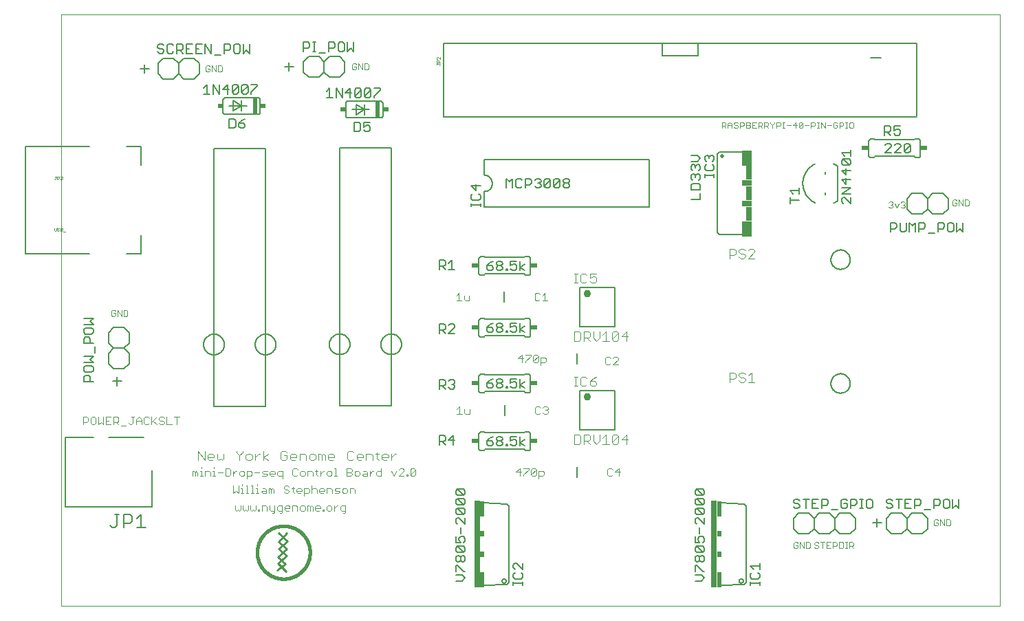
<source format=gto>
G75*
%MOIN*%
%OFA0B0*%
%FSLAX25Y25*%
%IPPOS*%
%LPD*%
%AMOC8*
5,1,8,0,0,1.08239X$1,22.5*
%
%ADD10C,0.00000*%
%ADD11C,0.00600*%
%ADD12C,0.00300*%
%ADD13C,0.00400*%
%ADD14C,0.01600*%
%ADD15C,0.01000*%
%ADD16C,0.00800*%
%ADD17R,0.02000X0.08000*%
%ADD18R,0.02500X0.02000*%
%ADD19C,0.00500*%
%ADD20R,0.03000X0.42000*%
%ADD21R,0.02000X0.07500*%
%ADD22R,0.02000X0.03000*%
%ADD23C,0.02000*%
%ADD24R,0.05000X0.07500*%
%ADD25R,0.03000X0.07000*%
%ADD26R,0.05000X0.03000*%
%ADD27C,0.03619*%
%ADD28C,0.00100*%
%ADD29R,0.03400X0.02400*%
D10*
X0018800Y0001100D02*
X0018800Y0287702D01*
X0473806Y0287702D01*
X0473806Y0001000D01*
X0018800Y0001100D01*
D11*
X0043668Y0039100D02*
X0042600Y0040168D01*
X0043668Y0039100D02*
X0044735Y0039100D01*
X0045803Y0040168D01*
X0045803Y0045505D01*
X0046870Y0045505D02*
X0044735Y0045505D01*
X0049045Y0045505D02*
X0052248Y0045505D01*
X0053316Y0044438D01*
X0053316Y0042303D01*
X0052248Y0041235D01*
X0049045Y0041235D01*
X0049045Y0039100D02*
X0049045Y0045505D01*
X0055491Y0043370D02*
X0057626Y0045505D01*
X0057626Y0039100D01*
X0055491Y0039100D02*
X0059761Y0039100D01*
X0045935Y0107868D02*
X0045935Y0112138D01*
X0043800Y0110003D02*
X0048070Y0110003D01*
X0049300Y0116000D02*
X0044300Y0116000D01*
X0041800Y0118500D01*
X0041800Y0123500D01*
X0044300Y0126000D01*
X0041800Y0128500D01*
X0041800Y0133500D01*
X0044300Y0136000D01*
X0049300Y0136000D01*
X0051800Y0133500D01*
X0051800Y0128500D01*
X0049300Y0126000D01*
X0051800Y0123500D01*
X0051800Y0118500D01*
X0049300Y0116000D01*
X0049300Y0126000D02*
X0044300Y0126000D01*
X0221300Y0132500D02*
X0221300Y0139500D01*
X0221302Y0139560D01*
X0221307Y0139621D01*
X0221316Y0139680D01*
X0221329Y0139739D01*
X0221345Y0139798D01*
X0221365Y0139855D01*
X0221388Y0139910D01*
X0221415Y0139965D01*
X0221444Y0140017D01*
X0221477Y0140068D01*
X0221513Y0140117D01*
X0221551Y0140163D01*
X0221593Y0140207D01*
X0221637Y0140249D01*
X0221683Y0140287D01*
X0221732Y0140323D01*
X0221783Y0140356D01*
X0221835Y0140385D01*
X0221890Y0140412D01*
X0221945Y0140435D01*
X0222002Y0140455D01*
X0222061Y0140471D01*
X0222120Y0140484D01*
X0222179Y0140493D01*
X0222240Y0140498D01*
X0222300Y0140500D01*
X0223800Y0140500D01*
X0224300Y0140000D01*
X0243300Y0140000D01*
X0243800Y0140500D01*
X0245300Y0140500D01*
X0245360Y0140498D01*
X0245421Y0140493D01*
X0245480Y0140484D01*
X0245539Y0140471D01*
X0245598Y0140455D01*
X0245655Y0140435D01*
X0245710Y0140412D01*
X0245765Y0140385D01*
X0245817Y0140356D01*
X0245868Y0140323D01*
X0245917Y0140287D01*
X0245963Y0140249D01*
X0246007Y0140207D01*
X0246049Y0140163D01*
X0246087Y0140117D01*
X0246123Y0140068D01*
X0246156Y0140017D01*
X0246185Y0139965D01*
X0246212Y0139910D01*
X0246235Y0139855D01*
X0246255Y0139798D01*
X0246271Y0139739D01*
X0246284Y0139680D01*
X0246293Y0139621D01*
X0246298Y0139560D01*
X0246300Y0139500D01*
X0246300Y0132500D01*
X0246298Y0132440D01*
X0246293Y0132379D01*
X0246284Y0132320D01*
X0246271Y0132261D01*
X0246255Y0132202D01*
X0246235Y0132145D01*
X0246212Y0132090D01*
X0246185Y0132035D01*
X0246156Y0131983D01*
X0246123Y0131932D01*
X0246087Y0131883D01*
X0246049Y0131837D01*
X0246007Y0131793D01*
X0245963Y0131751D01*
X0245917Y0131713D01*
X0245868Y0131677D01*
X0245817Y0131644D01*
X0245765Y0131615D01*
X0245710Y0131588D01*
X0245655Y0131565D01*
X0245598Y0131545D01*
X0245539Y0131529D01*
X0245480Y0131516D01*
X0245421Y0131507D01*
X0245360Y0131502D01*
X0245300Y0131500D01*
X0243800Y0131500D01*
X0243300Y0132000D01*
X0224300Y0132000D01*
X0223800Y0131500D01*
X0222300Y0131500D01*
X0222240Y0131502D01*
X0222179Y0131507D01*
X0222120Y0131516D01*
X0222061Y0131529D01*
X0222002Y0131545D01*
X0221945Y0131565D01*
X0221890Y0131588D01*
X0221835Y0131615D01*
X0221783Y0131644D01*
X0221732Y0131677D01*
X0221683Y0131713D01*
X0221637Y0131751D01*
X0221593Y0131793D01*
X0221551Y0131837D01*
X0221513Y0131883D01*
X0221477Y0131932D01*
X0221444Y0131983D01*
X0221415Y0132035D01*
X0221388Y0132090D01*
X0221365Y0132145D01*
X0221345Y0132202D01*
X0221329Y0132261D01*
X0221316Y0132320D01*
X0221307Y0132379D01*
X0221302Y0132440D01*
X0221300Y0132500D01*
X0222300Y0113500D02*
X0223800Y0113500D01*
X0224300Y0113000D01*
X0243300Y0113000D01*
X0243800Y0113500D01*
X0245300Y0113500D01*
X0245360Y0113498D01*
X0245421Y0113493D01*
X0245480Y0113484D01*
X0245539Y0113471D01*
X0245598Y0113455D01*
X0245655Y0113435D01*
X0245710Y0113412D01*
X0245765Y0113385D01*
X0245817Y0113356D01*
X0245868Y0113323D01*
X0245917Y0113287D01*
X0245963Y0113249D01*
X0246007Y0113207D01*
X0246049Y0113163D01*
X0246087Y0113117D01*
X0246123Y0113068D01*
X0246156Y0113017D01*
X0246185Y0112965D01*
X0246212Y0112910D01*
X0246235Y0112855D01*
X0246255Y0112798D01*
X0246271Y0112739D01*
X0246284Y0112680D01*
X0246293Y0112621D01*
X0246298Y0112560D01*
X0246300Y0112500D01*
X0246300Y0105500D01*
X0246298Y0105440D01*
X0246293Y0105379D01*
X0246284Y0105320D01*
X0246271Y0105261D01*
X0246255Y0105202D01*
X0246235Y0105145D01*
X0246212Y0105090D01*
X0246185Y0105035D01*
X0246156Y0104983D01*
X0246123Y0104932D01*
X0246087Y0104883D01*
X0246049Y0104837D01*
X0246007Y0104793D01*
X0245963Y0104751D01*
X0245917Y0104713D01*
X0245868Y0104677D01*
X0245817Y0104644D01*
X0245765Y0104615D01*
X0245710Y0104588D01*
X0245655Y0104565D01*
X0245598Y0104545D01*
X0245539Y0104529D01*
X0245480Y0104516D01*
X0245421Y0104507D01*
X0245360Y0104502D01*
X0245300Y0104500D01*
X0243800Y0104500D01*
X0243300Y0105000D01*
X0224300Y0105000D01*
X0223800Y0104500D01*
X0222300Y0104500D01*
X0222240Y0104502D01*
X0222179Y0104507D01*
X0222120Y0104516D01*
X0222061Y0104529D01*
X0222002Y0104545D01*
X0221945Y0104565D01*
X0221890Y0104588D01*
X0221835Y0104615D01*
X0221783Y0104644D01*
X0221732Y0104677D01*
X0221683Y0104713D01*
X0221637Y0104751D01*
X0221593Y0104793D01*
X0221551Y0104837D01*
X0221513Y0104883D01*
X0221477Y0104932D01*
X0221444Y0104983D01*
X0221415Y0105035D01*
X0221388Y0105090D01*
X0221365Y0105145D01*
X0221345Y0105202D01*
X0221329Y0105261D01*
X0221316Y0105320D01*
X0221307Y0105379D01*
X0221302Y0105440D01*
X0221300Y0105500D01*
X0221300Y0112500D01*
X0221302Y0112560D01*
X0221307Y0112621D01*
X0221316Y0112680D01*
X0221329Y0112739D01*
X0221345Y0112798D01*
X0221365Y0112855D01*
X0221388Y0112910D01*
X0221415Y0112965D01*
X0221444Y0113017D01*
X0221477Y0113068D01*
X0221513Y0113117D01*
X0221551Y0113163D01*
X0221593Y0113207D01*
X0221637Y0113249D01*
X0221683Y0113287D01*
X0221732Y0113323D01*
X0221783Y0113356D01*
X0221835Y0113385D01*
X0221890Y0113412D01*
X0221945Y0113435D01*
X0222002Y0113455D01*
X0222061Y0113471D01*
X0222120Y0113484D01*
X0222179Y0113493D01*
X0222240Y0113498D01*
X0222300Y0113500D01*
X0222300Y0085500D02*
X0223800Y0085500D01*
X0224300Y0085000D01*
X0243300Y0085000D01*
X0243800Y0085500D01*
X0245300Y0085500D01*
X0245360Y0085498D01*
X0245421Y0085493D01*
X0245480Y0085484D01*
X0245539Y0085471D01*
X0245598Y0085455D01*
X0245655Y0085435D01*
X0245710Y0085412D01*
X0245765Y0085385D01*
X0245817Y0085356D01*
X0245868Y0085323D01*
X0245917Y0085287D01*
X0245963Y0085249D01*
X0246007Y0085207D01*
X0246049Y0085163D01*
X0246087Y0085117D01*
X0246123Y0085068D01*
X0246156Y0085017D01*
X0246185Y0084965D01*
X0246212Y0084910D01*
X0246235Y0084855D01*
X0246255Y0084798D01*
X0246271Y0084739D01*
X0246284Y0084680D01*
X0246293Y0084621D01*
X0246298Y0084560D01*
X0246300Y0084500D01*
X0246300Y0077500D01*
X0246298Y0077440D01*
X0246293Y0077379D01*
X0246284Y0077320D01*
X0246271Y0077261D01*
X0246255Y0077202D01*
X0246235Y0077145D01*
X0246212Y0077090D01*
X0246185Y0077035D01*
X0246156Y0076983D01*
X0246123Y0076932D01*
X0246087Y0076883D01*
X0246049Y0076837D01*
X0246007Y0076793D01*
X0245963Y0076751D01*
X0245917Y0076713D01*
X0245868Y0076677D01*
X0245817Y0076644D01*
X0245765Y0076615D01*
X0245710Y0076588D01*
X0245655Y0076565D01*
X0245598Y0076545D01*
X0245539Y0076529D01*
X0245480Y0076516D01*
X0245421Y0076507D01*
X0245360Y0076502D01*
X0245300Y0076500D01*
X0243800Y0076500D01*
X0243300Y0077000D01*
X0224300Y0077000D01*
X0223800Y0076500D01*
X0222300Y0076500D01*
X0222240Y0076502D01*
X0222179Y0076507D01*
X0222120Y0076516D01*
X0222061Y0076529D01*
X0222002Y0076545D01*
X0221945Y0076565D01*
X0221890Y0076588D01*
X0221835Y0076615D01*
X0221783Y0076644D01*
X0221732Y0076677D01*
X0221683Y0076713D01*
X0221637Y0076751D01*
X0221593Y0076793D01*
X0221551Y0076837D01*
X0221513Y0076883D01*
X0221477Y0076932D01*
X0221444Y0076983D01*
X0221415Y0077035D01*
X0221388Y0077090D01*
X0221365Y0077145D01*
X0221345Y0077202D01*
X0221329Y0077261D01*
X0221316Y0077320D01*
X0221307Y0077379D01*
X0221302Y0077440D01*
X0221300Y0077500D01*
X0221300Y0084500D01*
X0221302Y0084560D01*
X0221307Y0084621D01*
X0221316Y0084680D01*
X0221329Y0084739D01*
X0221345Y0084798D01*
X0221365Y0084855D01*
X0221388Y0084910D01*
X0221415Y0084965D01*
X0221444Y0085017D01*
X0221477Y0085068D01*
X0221513Y0085117D01*
X0221551Y0085163D01*
X0221593Y0085207D01*
X0221637Y0085249D01*
X0221683Y0085287D01*
X0221732Y0085323D01*
X0221783Y0085356D01*
X0221835Y0085385D01*
X0221890Y0085412D01*
X0221945Y0085435D01*
X0222002Y0085455D01*
X0222061Y0085471D01*
X0222120Y0085484D01*
X0222179Y0085493D01*
X0222240Y0085498D01*
X0222300Y0085500D01*
X0222300Y0161500D02*
X0223800Y0161500D01*
X0224300Y0162000D01*
X0243300Y0162000D01*
X0243800Y0161500D01*
X0245300Y0161500D01*
X0245360Y0161502D01*
X0245421Y0161507D01*
X0245480Y0161516D01*
X0245539Y0161529D01*
X0245598Y0161545D01*
X0245655Y0161565D01*
X0245710Y0161588D01*
X0245765Y0161615D01*
X0245817Y0161644D01*
X0245868Y0161677D01*
X0245917Y0161713D01*
X0245963Y0161751D01*
X0246007Y0161793D01*
X0246049Y0161837D01*
X0246087Y0161883D01*
X0246123Y0161932D01*
X0246156Y0161983D01*
X0246185Y0162035D01*
X0246212Y0162090D01*
X0246235Y0162145D01*
X0246255Y0162202D01*
X0246271Y0162261D01*
X0246284Y0162320D01*
X0246293Y0162379D01*
X0246298Y0162440D01*
X0246300Y0162500D01*
X0246300Y0169500D01*
X0246298Y0169560D01*
X0246293Y0169621D01*
X0246284Y0169680D01*
X0246271Y0169739D01*
X0246255Y0169798D01*
X0246235Y0169855D01*
X0246212Y0169910D01*
X0246185Y0169965D01*
X0246156Y0170017D01*
X0246123Y0170068D01*
X0246087Y0170117D01*
X0246049Y0170163D01*
X0246007Y0170207D01*
X0245963Y0170249D01*
X0245917Y0170287D01*
X0245868Y0170323D01*
X0245817Y0170356D01*
X0245765Y0170385D01*
X0245710Y0170412D01*
X0245655Y0170435D01*
X0245598Y0170455D01*
X0245539Y0170471D01*
X0245480Y0170484D01*
X0245421Y0170493D01*
X0245360Y0170498D01*
X0245300Y0170500D01*
X0243800Y0170500D01*
X0243300Y0170000D01*
X0224300Y0170000D01*
X0223800Y0170500D01*
X0222300Y0170500D01*
X0222240Y0170498D01*
X0222179Y0170493D01*
X0222120Y0170484D01*
X0222061Y0170471D01*
X0222002Y0170455D01*
X0221945Y0170435D01*
X0221890Y0170412D01*
X0221835Y0170385D01*
X0221783Y0170356D01*
X0221732Y0170323D01*
X0221683Y0170287D01*
X0221637Y0170249D01*
X0221593Y0170207D01*
X0221551Y0170163D01*
X0221513Y0170117D01*
X0221477Y0170068D01*
X0221444Y0170017D01*
X0221415Y0169965D01*
X0221388Y0169910D01*
X0221365Y0169855D01*
X0221345Y0169798D01*
X0221329Y0169739D01*
X0221316Y0169680D01*
X0221307Y0169621D01*
X0221302Y0169560D01*
X0221300Y0169500D01*
X0221300Y0162500D01*
X0221302Y0162440D01*
X0221307Y0162379D01*
X0221316Y0162320D01*
X0221329Y0162261D01*
X0221345Y0162202D01*
X0221365Y0162145D01*
X0221388Y0162090D01*
X0221415Y0162035D01*
X0221444Y0161983D01*
X0221477Y0161932D01*
X0221513Y0161883D01*
X0221551Y0161837D01*
X0221593Y0161793D01*
X0221637Y0161751D01*
X0221683Y0161713D01*
X0221732Y0161677D01*
X0221783Y0161644D01*
X0221835Y0161615D01*
X0221890Y0161588D01*
X0221945Y0161565D01*
X0222002Y0161545D01*
X0222061Y0161529D01*
X0222120Y0161516D01*
X0222179Y0161507D01*
X0222240Y0161502D01*
X0222300Y0161500D01*
X0223800Y0194500D02*
X0223800Y0202000D01*
X0223926Y0202002D01*
X0224051Y0202008D01*
X0224176Y0202018D01*
X0224301Y0202032D01*
X0224426Y0202049D01*
X0224550Y0202071D01*
X0224673Y0202096D01*
X0224795Y0202126D01*
X0224916Y0202159D01*
X0225036Y0202196D01*
X0225155Y0202236D01*
X0225272Y0202281D01*
X0225389Y0202329D01*
X0225503Y0202381D01*
X0225616Y0202436D01*
X0225727Y0202495D01*
X0225836Y0202557D01*
X0225943Y0202623D01*
X0226048Y0202692D01*
X0226151Y0202764D01*
X0226252Y0202839D01*
X0226350Y0202918D01*
X0226445Y0203000D01*
X0226538Y0203084D01*
X0226628Y0203172D01*
X0226716Y0203262D01*
X0226800Y0203355D01*
X0226882Y0203450D01*
X0226961Y0203548D01*
X0227036Y0203649D01*
X0227108Y0203752D01*
X0227177Y0203857D01*
X0227243Y0203964D01*
X0227305Y0204073D01*
X0227364Y0204184D01*
X0227419Y0204297D01*
X0227471Y0204411D01*
X0227519Y0204528D01*
X0227564Y0204645D01*
X0227604Y0204764D01*
X0227641Y0204884D01*
X0227674Y0205005D01*
X0227704Y0205127D01*
X0227729Y0205250D01*
X0227751Y0205374D01*
X0227768Y0205499D01*
X0227782Y0205624D01*
X0227792Y0205749D01*
X0227798Y0205874D01*
X0227800Y0206000D01*
X0227798Y0206126D01*
X0227792Y0206251D01*
X0227782Y0206376D01*
X0227768Y0206501D01*
X0227751Y0206626D01*
X0227729Y0206750D01*
X0227704Y0206873D01*
X0227674Y0206995D01*
X0227641Y0207116D01*
X0227604Y0207236D01*
X0227564Y0207355D01*
X0227519Y0207472D01*
X0227471Y0207589D01*
X0227419Y0207703D01*
X0227364Y0207816D01*
X0227305Y0207927D01*
X0227243Y0208036D01*
X0227177Y0208143D01*
X0227108Y0208248D01*
X0227036Y0208351D01*
X0226961Y0208452D01*
X0226882Y0208550D01*
X0226800Y0208645D01*
X0226716Y0208738D01*
X0226628Y0208828D01*
X0226538Y0208916D01*
X0226445Y0209000D01*
X0226350Y0209082D01*
X0226252Y0209161D01*
X0226151Y0209236D01*
X0226048Y0209308D01*
X0225943Y0209377D01*
X0225836Y0209443D01*
X0225727Y0209505D01*
X0225616Y0209564D01*
X0225503Y0209619D01*
X0225389Y0209671D01*
X0225272Y0209719D01*
X0225155Y0209764D01*
X0225036Y0209804D01*
X0224916Y0209841D01*
X0224795Y0209874D01*
X0224673Y0209904D01*
X0224550Y0209929D01*
X0224426Y0209951D01*
X0224301Y0209968D01*
X0224176Y0209982D01*
X0224051Y0209992D01*
X0223926Y0209998D01*
X0223800Y0210000D01*
X0223800Y0217500D01*
X0303800Y0217500D01*
X0303800Y0194500D01*
X0223800Y0194500D01*
X0174800Y0238800D02*
X0174800Y0244800D01*
X0174798Y0244860D01*
X0174793Y0244921D01*
X0174784Y0244980D01*
X0174771Y0245039D01*
X0174755Y0245098D01*
X0174735Y0245155D01*
X0174712Y0245210D01*
X0174685Y0245265D01*
X0174656Y0245317D01*
X0174623Y0245368D01*
X0174587Y0245417D01*
X0174549Y0245463D01*
X0174507Y0245507D01*
X0174463Y0245549D01*
X0174417Y0245587D01*
X0174368Y0245623D01*
X0174317Y0245656D01*
X0174265Y0245685D01*
X0174210Y0245712D01*
X0174155Y0245735D01*
X0174098Y0245755D01*
X0174039Y0245771D01*
X0173980Y0245784D01*
X0173921Y0245793D01*
X0173860Y0245798D01*
X0173800Y0245800D01*
X0157800Y0245800D01*
X0157740Y0245798D01*
X0157679Y0245793D01*
X0157620Y0245784D01*
X0157561Y0245771D01*
X0157502Y0245755D01*
X0157445Y0245735D01*
X0157390Y0245712D01*
X0157335Y0245685D01*
X0157283Y0245656D01*
X0157232Y0245623D01*
X0157183Y0245587D01*
X0157137Y0245549D01*
X0157093Y0245507D01*
X0157051Y0245463D01*
X0157013Y0245417D01*
X0156977Y0245368D01*
X0156944Y0245317D01*
X0156915Y0245265D01*
X0156888Y0245210D01*
X0156865Y0245155D01*
X0156845Y0245098D01*
X0156829Y0245039D01*
X0156816Y0244980D01*
X0156807Y0244921D01*
X0156802Y0244860D01*
X0156800Y0244800D01*
X0156800Y0238800D01*
X0156802Y0238740D01*
X0156807Y0238679D01*
X0156816Y0238620D01*
X0156829Y0238561D01*
X0156845Y0238502D01*
X0156865Y0238445D01*
X0156888Y0238390D01*
X0156915Y0238335D01*
X0156944Y0238283D01*
X0156977Y0238232D01*
X0157013Y0238183D01*
X0157051Y0238137D01*
X0157093Y0238093D01*
X0157137Y0238051D01*
X0157183Y0238013D01*
X0157232Y0237977D01*
X0157283Y0237944D01*
X0157335Y0237915D01*
X0157390Y0237888D01*
X0157445Y0237865D01*
X0157502Y0237845D01*
X0157561Y0237829D01*
X0157620Y0237816D01*
X0157679Y0237807D01*
X0157740Y0237802D01*
X0157800Y0237800D01*
X0173800Y0237800D01*
X0173860Y0237802D01*
X0173921Y0237807D01*
X0173980Y0237816D01*
X0174039Y0237829D01*
X0174098Y0237845D01*
X0174155Y0237865D01*
X0174210Y0237888D01*
X0174265Y0237915D01*
X0174317Y0237944D01*
X0174368Y0237977D01*
X0174417Y0238013D01*
X0174463Y0238051D01*
X0174507Y0238093D01*
X0174549Y0238137D01*
X0174587Y0238183D01*
X0174623Y0238232D01*
X0174656Y0238283D01*
X0174685Y0238335D01*
X0174712Y0238390D01*
X0174735Y0238445D01*
X0174755Y0238502D01*
X0174771Y0238561D01*
X0174784Y0238620D01*
X0174793Y0238679D01*
X0174798Y0238740D01*
X0174800Y0238800D01*
X0168300Y0241800D02*
X0165800Y0241800D01*
X0165800Y0244300D01*
X0165800Y0241800D02*
X0161800Y0244300D01*
X0161800Y0239300D01*
X0165800Y0241800D01*
X0165800Y0239300D01*
X0165800Y0241800D02*
X0159800Y0241800D01*
X0153700Y0257400D02*
X0148700Y0257400D01*
X0146200Y0259900D01*
X0143700Y0257400D01*
X0138700Y0257400D01*
X0136200Y0259900D01*
X0136200Y0264900D01*
X0138700Y0267400D01*
X0143700Y0267400D01*
X0146200Y0264900D01*
X0148700Y0267400D01*
X0153700Y0267400D01*
X0156200Y0264900D01*
X0156200Y0259900D01*
X0153700Y0257400D01*
X0146200Y0259900D02*
X0146200Y0264900D01*
X0131370Y0262503D02*
X0127100Y0262503D01*
X0129235Y0264638D02*
X0129235Y0260368D01*
X0115300Y0246500D02*
X0115300Y0240500D01*
X0115298Y0240440D01*
X0115293Y0240379D01*
X0115284Y0240320D01*
X0115271Y0240261D01*
X0115255Y0240202D01*
X0115235Y0240145D01*
X0115212Y0240090D01*
X0115185Y0240035D01*
X0115156Y0239983D01*
X0115123Y0239932D01*
X0115087Y0239883D01*
X0115049Y0239837D01*
X0115007Y0239793D01*
X0114963Y0239751D01*
X0114917Y0239713D01*
X0114868Y0239677D01*
X0114817Y0239644D01*
X0114765Y0239615D01*
X0114710Y0239588D01*
X0114655Y0239565D01*
X0114598Y0239545D01*
X0114539Y0239529D01*
X0114480Y0239516D01*
X0114421Y0239507D01*
X0114360Y0239502D01*
X0114300Y0239500D01*
X0098300Y0239500D01*
X0098240Y0239502D01*
X0098179Y0239507D01*
X0098120Y0239516D01*
X0098061Y0239529D01*
X0098002Y0239545D01*
X0097945Y0239565D01*
X0097890Y0239588D01*
X0097835Y0239615D01*
X0097783Y0239644D01*
X0097732Y0239677D01*
X0097683Y0239713D01*
X0097637Y0239751D01*
X0097593Y0239793D01*
X0097551Y0239837D01*
X0097513Y0239883D01*
X0097477Y0239932D01*
X0097444Y0239983D01*
X0097415Y0240035D01*
X0097388Y0240090D01*
X0097365Y0240145D01*
X0097345Y0240202D01*
X0097329Y0240261D01*
X0097316Y0240320D01*
X0097307Y0240379D01*
X0097302Y0240440D01*
X0097300Y0240500D01*
X0097300Y0246500D01*
X0097302Y0246560D01*
X0097307Y0246621D01*
X0097316Y0246680D01*
X0097329Y0246739D01*
X0097345Y0246798D01*
X0097365Y0246855D01*
X0097388Y0246910D01*
X0097415Y0246965D01*
X0097444Y0247017D01*
X0097477Y0247068D01*
X0097513Y0247117D01*
X0097551Y0247163D01*
X0097593Y0247207D01*
X0097637Y0247249D01*
X0097683Y0247287D01*
X0097732Y0247323D01*
X0097783Y0247356D01*
X0097835Y0247385D01*
X0097890Y0247412D01*
X0097945Y0247435D01*
X0098002Y0247455D01*
X0098061Y0247471D01*
X0098120Y0247484D01*
X0098179Y0247493D01*
X0098240Y0247498D01*
X0098300Y0247500D01*
X0114300Y0247500D01*
X0114360Y0247498D01*
X0114421Y0247493D01*
X0114480Y0247484D01*
X0114539Y0247471D01*
X0114598Y0247455D01*
X0114655Y0247435D01*
X0114710Y0247412D01*
X0114765Y0247385D01*
X0114817Y0247356D01*
X0114868Y0247323D01*
X0114917Y0247287D01*
X0114963Y0247249D01*
X0115007Y0247207D01*
X0115049Y0247163D01*
X0115087Y0247117D01*
X0115123Y0247068D01*
X0115156Y0247017D01*
X0115185Y0246965D01*
X0115212Y0246910D01*
X0115235Y0246855D01*
X0115255Y0246798D01*
X0115271Y0246739D01*
X0115284Y0246680D01*
X0115293Y0246621D01*
X0115298Y0246560D01*
X0115300Y0246500D01*
X0108800Y0243500D02*
X0106300Y0243500D01*
X0106300Y0246000D01*
X0106300Y0243500D02*
X0100300Y0243500D01*
X0102300Y0241000D02*
X0106300Y0243500D01*
X0106300Y0241000D01*
X0106300Y0243500D02*
X0102300Y0246000D01*
X0102300Y0241000D01*
X0085700Y0259000D02*
X0083200Y0256500D01*
X0078200Y0256500D01*
X0075700Y0259000D01*
X0073200Y0256500D01*
X0068200Y0256500D01*
X0065700Y0259000D01*
X0065700Y0264000D01*
X0068200Y0266500D01*
X0073200Y0266500D01*
X0075700Y0264000D01*
X0078200Y0266500D01*
X0083200Y0266500D01*
X0085700Y0264000D01*
X0085700Y0259000D01*
X0075700Y0259000D02*
X0075700Y0264000D01*
X0061370Y0261503D02*
X0057100Y0261503D01*
X0059235Y0263638D02*
X0059235Y0259368D01*
X0336800Y0220000D02*
X0336800Y0182000D01*
X0337800Y0181000D01*
X0349300Y0181000D01*
X0411300Y0218500D02*
X0412800Y0218500D01*
X0413300Y0219000D01*
X0432300Y0219000D01*
X0432800Y0218500D01*
X0434300Y0218500D01*
X0434360Y0218502D01*
X0434421Y0218507D01*
X0434480Y0218516D01*
X0434539Y0218529D01*
X0434598Y0218545D01*
X0434655Y0218565D01*
X0434710Y0218588D01*
X0434765Y0218615D01*
X0434817Y0218644D01*
X0434868Y0218677D01*
X0434917Y0218713D01*
X0434963Y0218751D01*
X0435007Y0218793D01*
X0435049Y0218837D01*
X0435087Y0218883D01*
X0435123Y0218932D01*
X0435156Y0218983D01*
X0435185Y0219035D01*
X0435212Y0219090D01*
X0435235Y0219145D01*
X0435255Y0219202D01*
X0435271Y0219261D01*
X0435284Y0219320D01*
X0435293Y0219379D01*
X0435298Y0219440D01*
X0435300Y0219500D01*
X0435300Y0226500D01*
X0435298Y0226560D01*
X0435293Y0226621D01*
X0435284Y0226680D01*
X0435271Y0226739D01*
X0435255Y0226798D01*
X0435235Y0226855D01*
X0435212Y0226910D01*
X0435185Y0226965D01*
X0435156Y0227017D01*
X0435123Y0227068D01*
X0435087Y0227117D01*
X0435049Y0227163D01*
X0435007Y0227207D01*
X0434963Y0227249D01*
X0434917Y0227287D01*
X0434868Y0227323D01*
X0434817Y0227356D01*
X0434765Y0227385D01*
X0434710Y0227412D01*
X0434655Y0227435D01*
X0434598Y0227455D01*
X0434539Y0227471D01*
X0434480Y0227484D01*
X0434421Y0227493D01*
X0434360Y0227498D01*
X0434300Y0227500D01*
X0432800Y0227500D01*
X0432300Y0227000D01*
X0413300Y0227000D01*
X0412800Y0227500D01*
X0411300Y0227500D01*
X0411240Y0227498D01*
X0411179Y0227493D01*
X0411120Y0227484D01*
X0411061Y0227471D01*
X0411002Y0227455D01*
X0410945Y0227435D01*
X0410890Y0227412D01*
X0410835Y0227385D01*
X0410783Y0227356D01*
X0410732Y0227323D01*
X0410683Y0227287D01*
X0410637Y0227249D01*
X0410593Y0227207D01*
X0410551Y0227163D01*
X0410513Y0227117D01*
X0410477Y0227068D01*
X0410444Y0227017D01*
X0410415Y0226965D01*
X0410388Y0226910D01*
X0410365Y0226855D01*
X0410345Y0226798D01*
X0410329Y0226739D01*
X0410316Y0226680D01*
X0410307Y0226621D01*
X0410302Y0226560D01*
X0410300Y0226500D01*
X0410300Y0219500D01*
X0410302Y0219440D01*
X0410307Y0219379D01*
X0410316Y0219320D01*
X0410329Y0219261D01*
X0410345Y0219202D01*
X0410365Y0219145D01*
X0410388Y0219090D01*
X0410415Y0219035D01*
X0410444Y0218983D01*
X0410477Y0218932D01*
X0410513Y0218883D01*
X0410551Y0218837D01*
X0410593Y0218793D01*
X0410637Y0218751D01*
X0410683Y0218713D01*
X0410732Y0218677D01*
X0410783Y0218644D01*
X0410835Y0218615D01*
X0410890Y0218588D01*
X0410945Y0218565D01*
X0411002Y0218545D01*
X0411061Y0218529D01*
X0411120Y0218516D01*
X0411179Y0218507D01*
X0411240Y0218502D01*
X0411300Y0218500D01*
X0431300Y0201000D02*
X0428800Y0198500D01*
X0428800Y0193500D01*
X0431300Y0191000D01*
X0436300Y0191000D01*
X0438800Y0193500D01*
X0441300Y0191000D01*
X0446300Y0191000D01*
X0448800Y0193500D01*
X0448800Y0198500D01*
X0446300Y0201000D01*
X0441300Y0201000D01*
X0438800Y0198500D01*
X0438800Y0193500D01*
X0438800Y0198500D02*
X0436300Y0201000D01*
X0431300Y0201000D01*
X0349300Y0221000D02*
X0337800Y0221000D01*
X0336800Y0220000D01*
X0376300Y0046000D02*
X0373800Y0043500D01*
X0373800Y0038500D01*
X0376300Y0036000D01*
X0381300Y0036000D01*
X0383800Y0038500D01*
X0386300Y0036000D01*
X0391300Y0036000D01*
X0393800Y0038500D01*
X0396300Y0036000D01*
X0401300Y0036000D01*
X0403800Y0038500D01*
X0403800Y0043500D01*
X0401300Y0046000D01*
X0396300Y0046000D01*
X0393800Y0043500D01*
X0393800Y0038500D01*
X0393800Y0043500D02*
X0391300Y0046000D01*
X0386300Y0046000D01*
X0383800Y0043500D01*
X0383800Y0038500D01*
X0383800Y0043500D02*
X0381300Y0046000D01*
X0376300Y0046000D01*
X0412100Y0041503D02*
X0416370Y0041503D01*
X0414235Y0043638D02*
X0414235Y0039368D01*
X0418800Y0038500D02*
X0421300Y0036000D01*
X0426300Y0036000D01*
X0428800Y0038500D01*
X0431300Y0036000D01*
X0436300Y0036000D01*
X0438800Y0038500D01*
X0438800Y0043500D01*
X0436300Y0046000D01*
X0431300Y0046000D01*
X0428800Y0043500D01*
X0428800Y0038500D01*
X0428800Y0043500D02*
X0426300Y0046000D01*
X0421300Y0046000D01*
X0418800Y0043500D01*
X0418800Y0038500D01*
D12*
X0402796Y0031569D02*
X0402796Y0030601D01*
X0402312Y0030117D01*
X0400861Y0030117D01*
X0400861Y0029150D02*
X0400861Y0032052D01*
X0402312Y0032052D01*
X0402796Y0031569D01*
X0401828Y0030117D02*
X0402796Y0029150D01*
X0399864Y0029150D02*
X0398897Y0029150D01*
X0399380Y0029150D02*
X0399380Y0032052D01*
X0398897Y0032052D02*
X0399864Y0032052D01*
X0397885Y0031569D02*
X0397401Y0032052D01*
X0395950Y0032052D01*
X0395950Y0029150D01*
X0397401Y0029150D01*
X0397885Y0029634D01*
X0397885Y0031569D01*
X0394725Y0031569D02*
X0394725Y0030601D01*
X0394241Y0030117D01*
X0392790Y0030117D01*
X0392790Y0029150D02*
X0392790Y0032052D01*
X0394241Y0032052D01*
X0394725Y0031569D01*
X0391778Y0032052D02*
X0389843Y0032052D01*
X0389843Y0029150D01*
X0391778Y0029150D01*
X0390811Y0030601D02*
X0389843Y0030601D01*
X0388831Y0032052D02*
X0386897Y0032052D01*
X0387864Y0032052D02*
X0387864Y0029150D01*
X0385885Y0029634D02*
X0385401Y0029150D01*
X0384434Y0029150D01*
X0383950Y0029634D01*
X0384434Y0030601D02*
X0385401Y0030601D01*
X0385885Y0030117D01*
X0385885Y0029634D01*
X0384434Y0030601D02*
X0383950Y0031085D01*
X0383950Y0031569D01*
X0384434Y0032052D01*
X0385401Y0032052D01*
X0385885Y0031569D01*
X0381778Y0031569D02*
X0381294Y0032052D01*
X0379843Y0032052D01*
X0379843Y0029150D01*
X0381294Y0029150D01*
X0381778Y0029634D01*
X0381778Y0031569D01*
X0378831Y0032052D02*
X0378831Y0029150D01*
X0376897Y0032052D01*
X0376897Y0029150D01*
X0375885Y0029634D02*
X0375885Y0030601D01*
X0374917Y0030601D01*
X0373950Y0029634D02*
X0374434Y0029150D01*
X0375401Y0029150D01*
X0375885Y0029634D01*
X0375885Y0031569D02*
X0375401Y0032052D01*
X0374434Y0032052D01*
X0373950Y0031569D01*
X0373950Y0029634D01*
X0441950Y0040634D02*
X0442434Y0040150D01*
X0443401Y0040150D01*
X0443885Y0040634D01*
X0443885Y0041601D01*
X0442917Y0041601D01*
X0441950Y0040634D02*
X0441950Y0042569D01*
X0442434Y0043052D01*
X0443401Y0043052D01*
X0443885Y0042569D01*
X0444897Y0043052D02*
X0446831Y0040150D01*
X0446831Y0043052D01*
X0447843Y0043052D02*
X0449294Y0043052D01*
X0449778Y0042569D01*
X0449778Y0040634D01*
X0449294Y0040150D01*
X0447843Y0040150D01*
X0447843Y0043052D01*
X0444897Y0043052D02*
X0444897Y0040150D01*
X0289736Y0066002D02*
X0287267Y0066002D01*
X0289118Y0067853D01*
X0289118Y0064150D01*
X0286052Y0064767D02*
X0285435Y0064150D01*
X0284201Y0064150D01*
X0283584Y0064767D01*
X0283584Y0067236D01*
X0284201Y0067853D01*
X0285435Y0067853D01*
X0286052Y0067236D01*
X0252736Y0066002D02*
X0252736Y0064767D01*
X0252118Y0064150D01*
X0250267Y0064150D01*
X0250267Y0062916D02*
X0250267Y0066619D01*
X0252118Y0066619D01*
X0252736Y0066002D01*
X0249052Y0067236D02*
X0246584Y0064767D01*
X0247201Y0064150D01*
X0248435Y0064150D01*
X0249052Y0064767D01*
X0249052Y0067236D01*
X0248435Y0067853D01*
X0247201Y0067853D01*
X0246584Y0067236D01*
X0246584Y0064767D01*
X0245369Y0067236D02*
X0242901Y0064767D01*
X0242901Y0064150D01*
X0241069Y0064150D02*
X0241069Y0067853D01*
X0239217Y0066002D01*
X0241686Y0066002D01*
X0242901Y0067853D02*
X0245369Y0067853D01*
X0245369Y0067236D01*
X0249201Y0094150D02*
X0250435Y0094150D01*
X0251052Y0094767D01*
X0252267Y0094767D02*
X0252884Y0094150D01*
X0254118Y0094150D01*
X0254736Y0094767D01*
X0254736Y0095384D01*
X0254118Y0096002D01*
X0253501Y0096002D01*
X0254118Y0096002D02*
X0254736Y0096619D01*
X0254736Y0097236D01*
X0254118Y0097853D01*
X0252884Y0097853D01*
X0252267Y0097236D01*
X0251052Y0097236D02*
X0250435Y0097853D01*
X0249201Y0097853D01*
X0248584Y0097236D01*
X0248584Y0094767D01*
X0249201Y0094150D01*
X0216736Y0094150D02*
X0216736Y0096619D01*
X0216736Y0094150D02*
X0214884Y0094150D01*
X0214267Y0094767D01*
X0214267Y0096619D01*
X0211818Y0097853D02*
X0211818Y0094150D01*
X0210584Y0094150D02*
X0213052Y0094150D01*
X0210584Y0096619D02*
X0211818Y0097853D01*
X0240217Y0121002D02*
X0242686Y0121002D01*
X0243901Y0119767D02*
X0243901Y0119150D01*
X0243901Y0119767D02*
X0246369Y0122236D01*
X0246369Y0122853D01*
X0243901Y0122853D01*
X0242069Y0122853D02*
X0240217Y0121002D01*
X0242069Y0122853D02*
X0242069Y0119150D01*
X0247584Y0119767D02*
X0250052Y0122236D01*
X0250052Y0119767D01*
X0249435Y0119150D01*
X0248201Y0119150D01*
X0247584Y0119767D01*
X0247584Y0122236D01*
X0248201Y0122853D01*
X0249435Y0122853D01*
X0250052Y0122236D01*
X0251267Y0121619D02*
X0253118Y0121619D01*
X0253736Y0121002D01*
X0253736Y0119767D01*
X0253118Y0119150D01*
X0251267Y0119150D01*
X0251267Y0117916D02*
X0251267Y0121619D01*
X0282584Y0121236D02*
X0282584Y0118767D01*
X0283201Y0118150D01*
X0284435Y0118150D01*
X0285052Y0118767D01*
X0286267Y0118150D02*
X0288736Y0120619D01*
X0288736Y0121236D01*
X0288118Y0121853D01*
X0286884Y0121853D01*
X0286267Y0121236D01*
X0285052Y0121236D02*
X0284435Y0121853D01*
X0283201Y0121853D01*
X0282584Y0121236D01*
X0286267Y0118150D02*
X0288736Y0118150D01*
X0254536Y0149150D02*
X0252067Y0149150D01*
X0253301Y0149150D02*
X0253301Y0152853D01*
X0252067Y0151619D01*
X0250852Y0152236D02*
X0250235Y0152853D01*
X0249001Y0152853D01*
X0248384Y0152236D01*
X0248384Y0149767D01*
X0249001Y0149150D01*
X0250235Y0149150D01*
X0250852Y0149767D01*
X0216536Y0149150D02*
X0216536Y0151619D01*
X0216536Y0149150D02*
X0214684Y0149150D01*
X0214067Y0149767D01*
X0214067Y0151619D01*
X0211618Y0152853D02*
X0211618Y0149150D01*
X0210384Y0149150D02*
X0212852Y0149150D01*
X0210384Y0151619D02*
X0211618Y0152853D01*
X0076117Y0092753D02*
X0073648Y0092753D01*
X0074882Y0092753D02*
X0074882Y0089050D01*
X0072433Y0089050D02*
X0069965Y0089050D01*
X0069965Y0092753D01*
X0068750Y0092136D02*
X0068133Y0092753D01*
X0066899Y0092753D01*
X0066281Y0092136D01*
X0066281Y0091519D01*
X0066899Y0090902D01*
X0068133Y0090902D01*
X0068750Y0090284D01*
X0068750Y0089667D01*
X0068133Y0089050D01*
X0066899Y0089050D01*
X0066281Y0089667D01*
X0065067Y0089050D02*
X0063215Y0090902D01*
X0062598Y0090284D02*
X0065067Y0092753D01*
X0062598Y0092753D02*
X0062598Y0089050D01*
X0061384Y0089667D02*
X0060767Y0089050D01*
X0059532Y0089050D01*
X0058915Y0089667D01*
X0058915Y0092136D01*
X0059532Y0092753D01*
X0060767Y0092753D01*
X0061384Y0092136D01*
X0057701Y0091519D02*
X0057701Y0089050D01*
X0057701Y0090902D02*
X0055232Y0090902D01*
X0055232Y0091519D02*
X0056466Y0092753D01*
X0057701Y0091519D01*
X0055232Y0091519D02*
X0055232Y0089050D01*
X0053400Y0089667D02*
X0052783Y0089050D01*
X0052166Y0089050D01*
X0051549Y0089667D01*
X0050334Y0088433D02*
X0047866Y0088433D01*
X0046651Y0089050D02*
X0045417Y0090284D01*
X0046034Y0090284D02*
X0044183Y0090284D01*
X0044183Y0089050D02*
X0044183Y0092753D01*
X0046034Y0092753D01*
X0046651Y0092136D01*
X0046651Y0090902D01*
X0046034Y0090284D01*
X0042968Y0089050D02*
X0040499Y0089050D01*
X0040499Y0092753D01*
X0042968Y0092753D01*
X0041734Y0090902D02*
X0040499Y0090902D01*
X0039285Y0092753D02*
X0039285Y0089050D01*
X0038051Y0090284D01*
X0036816Y0089050D01*
X0036816Y0092753D01*
X0035602Y0092136D02*
X0034985Y0092753D01*
X0033750Y0092753D01*
X0033133Y0092136D01*
X0033133Y0089667D01*
X0033750Y0089050D01*
X0034985Y0089050D01*
X0035602Y0089667D01*
X0035602Y0092136D01*
X0031919Y0092136D02*
X0031302Y0092753D01*
X0029450Y0092753D01*
X0029450Y0089050D01*
X0029450Y0090284D02*
X0031302Y0090284D01*
X0031919Y0090902D01*
X0031919Y0092136D01*
X0052783Y0092753D02*
X0054018Y0092753D01*
X0053400Y0092753D02*
X0053400Y0089667D01*
X0082450Y0066519D02*
X0083067Y0066519D01*
X0083684Y0065902D01*
X0084302Y0066519D01*
X0084919Y0065902D01*
X0084919Y0064050D01*
X0086133Y0064050D02*
X0087368Y0064050D01*
X0086750Y0064050D02*
X0086750Y0066519D01*
X0086133Y0066519D01*
X0086750Y0067753D02*
X0086750Y0068370D01*
X0088589Y0066519D02*
X0090440Y0066519D01*
X0091057Y0065902D01*
X0091057Y0064050D01*
X0092272Y0064050D02*
X0093506Y0064050D01*
X0092889Y0064050D02*
X0092889Y0066519D01*
X0092272Y0066519D01*
X0092889Y0067753D02*
X0092889Y0068370D01*
X0094727Y0065902D02*
X0097196Y0065902D01*
X0098410Y0067753D02*
X0098410Y0064050D01*
X0100262Y0064050D01*
X0100879Y0064667D01*
X0100879Y0067136D01*
X0100262Y0067753D01*
X0098410Y0067753D01*
X0102093Y0066519D02*
X0102093Y0064050D01*
X0102093Y0065284D02*
X0103328Y0066519D01*
X0103945Y0066519D01*
X0105163Y0065902D02*
X0105163Y0064667D01*
X0105780Y0064050D01*
X0107014Y0064050D01*
X0107631Y0064667D01*
X0107631Y0065902D01*
X0107014Y0066519D01*
X0105780Y0066519D01*
X0105163Y0065902D01*
X0108846Y0066519D02*
X0108846Y0062816D01*
X0108846Y0064050D02*
X0110697Y0064050D01*
X0111315Y0064667D01*
X0111315Y0065902D01*
X0110697Y0066519D01*
X0108846Y0066519D01*
X0112529Y0065902D02*
X0114998Y0065902D01*
X0116212Y0065902D02*
X0116829Y0066519D01*
X0118681Y0066519D01*
X0119895Y0065902D02*
X0120512Y0066519D01*
X0121747Y0066519D01*
X0122364Y0065902D01*
X0122364Y0065284D01*
X0119895Y0065284D01*
X0119895Y0064667D02*
X0119895Y0065902D01*
X0119895Y0064667D02*
X0120512Y0064050D01*
X0121747Y0064050D01*
X0123578Y0064667D02*
X0124196Y0064050D01*
X0126047Y0064050D01*
X0126047Y0062816D02*
X0126047Y0066519D01*
X0124196Y0066519D01*
X0123578Y0065902D01*
X0123578Y0064667D01*
X0130945Y0064667D02*
X0130945Y0067136D01*
X0131562Y0067753D01*
X0132796Y0067753D01*
X0133413Y0067136D01*
X0134628Y0065902D02*
X0135245Y0066519D01*
X0136479Y0066519D01*
X0137097Y0065902D01*
X0137097Y0064667D01*
X0136479Y0064050D01*
X0135245Y0064050D01*
X0134628Y0064667D01*
X0134628Y0065902D01*
X0133413Y0064667D02*
X0132796Y0064050D01*
X0131562Y0064050D01*
X0130945Y0064667D01*
X0128656Y0059453D02*
X0127421Y0059453D01*
X0126804Y0058836D01*
X0126804Y0058219D01*
X0127421Y0057602D01*
X0128656Y0057602D01*
X0129273Y0056984D01*
X0129273Y0056367D01*
X0128656Y0055750D01*
X0127421Y0055750D01*
X0126804Y0056367D01*
X0129273Y0058836D02*
X0128656Y0059453D01*
X0130487Y0058219D02*
X0131722Y0058219D01*
X0131105Y0058836D02*
X0131105Y0056367D01*
X0131722Y0055750D01*
X0132943Y0056367D02*
X0132943Y0057602D01*
X0133560Y0058219D01*
X0134794Y0058219D01*
X0135412Y0057602D01*
X0135412Y0056984D01*
X0132943Y0056984D01*
X0132943Y0056367D02*
X0133560Y0055750D01*
X0134794Y0055750D01*
X0136626Y0055750D02*
X0138478Y0055750D01*
X0139095Y0056367D01*
X0139095Y0057602D01*
X0138478Y0058219D01*
X0136626Y0058219D01*
X0136626Y0054516D01*
X0140309Y0055750D02*
X0140309Y0059453D01*
X0140926Y0058219D02*
X0142161Y0058219D01*
X0142778Y0057602D01*
X0142778Y0055750D01*
X0143992Y0056367D02*
X0143992Y0057602D01*
X0144609Y0058219D01*
X0145844Y0058219D01*
X0146461Y0057602D01*
X0146461Y0056984D01*
X0143992Y0056984D01*
X0143992Y0056367D02*
X0144609Y0055750D01*
X0145844Y0055750D01*
X0147675Y0055750D02*
X0147675Y0058219D01*
X0149527Y0058219D01*
X0150144Y0057602D01*
X0150144Y0055750D01*
X0151359Y0055750D02*
X0153210Y0055750D01*
X0153827Y0056367D01*
X0153210Y0056984D01*
X0151976Y0056984D01*
X0151359Y0057602D01*
X0151976Y0058219D01*
X0153827Y0058219D01*
X0155042Y0057602D02*
X0155659Y0058219D01*
X0156893Y0058219D01*
X0157510Y0057602D01*
X0157510Y0056367D01*
X0156893Y0055750D01*
X0155659Y0055750D01*
X0155042Y0056367D01*
X0155042Y0057602D01*
X0158725Y0058219D02*
X0160576Y0058219D01*
X0161194Y0057602D01*
X0161194Y0055750D01*
X0158725Y0055750D02*
X0158725Y0058219D01*
X0159192Y0064050D02*
X0157341Y0064050D01*
X0157341Y0067753D01*
X0159192Y0067753D01*
X0159809Y0067136D01*
X0159809Y0066519D01*
X0159192Y0065902D01*
X0157341Y0065902D01*
X0159192Y0065902D02*
X0159809Y0065284D01*
X0159809Y0064667D01*
X0159192Y0064050D01*
X0161024Y0064667D02*
X0161641Y0064050D01*
X0162875Y0064050D01*
X0163492Y0064667D01*
X0163492Y0065902D01*
X0162875Y0066519D01*
X0161641Y0066519D01*
X0161024Y0065902D01*
X0161024Y0064667D01*
X0164707Y0064667D02*
X0165324Y0065284D01*
X0167176Y0065284D01*
X0167176Y0065902D02*
X0167176Y0064050D01*
X0165324Y0064050D01*
X0164707Y0064667D01*
X0165324Y0066519D02*
X0166558Y0066519D01*
X0167176Y0065902D01*
X0168390Y0066519D02*
X0168390Y0064050D01*
X0168390Y0065284D02*
X0169624Y0066519D01*
X0170242Y0066519D01*
X0171459Y0065902D02*
X0172076Y0066519D01*
X0173928Y0066519D01*
X0173928Y0067753D02*
X0173928Y0064050D01*
X0172076Y0064050D01*
X0171459Y0064667D01*
X0171459Y0065902D01*
X0178826Y0066519D02*
X0180060Y0064050D01*
X0181294Y0066519D01*
X0182509Y0067136D02*
X0183126Y0067753D01*
X0184360Y0067753D01*
X0184977Y0067136D01*
X0184977Y0066519D01*
X0182509Y0064050D01*
X0184977Y0064050D01*
X0186192Y0064050D02*
X0186809Y0064050D01*
X0186809Y0064667D01*
X0186192Y0064667D01*
X0186192Y0064050D01*
X0188033Y0064667D02*
X0190502Y0067136D01*
X0190502Y0064667D01*
X0189885Y0064050D01*
X0188651Y0064050D01*
X0188033Y0064667D01*
X0188033Y0067136D01*
X0188651Y0067753D01*
X0189885Y0067753D01*
X0190502Y0067136D01*
X0156669Y0049719D02*
X0156669Y0046633D01*
X0156052Y0046016D01*
X0155435Y0046016D01*
X0154817Y0047250D02*
X0156669Y0047250D01*
X0154817Y0047250D02*
X0154200Y0047867D01*
X0154200Y0049102D01*
X0154817Y0049719D01*
X0156669Y0049719D01*
X0152982Y0049719D02*
X0152365Y0049719D01*
X0151131Y0048484D01*
X0151131Y0047250D02*
X0151131Y0049719D01*
X0149917Y0049102D02*
X0149299Y0049719D01*
X0148065Y0049719D01*
X0147448Y0049102D01*
X0147448Y0047867D01*
X0148065Y0047250D01*
X0149299Y0047250D01*
X0149917Y0047867D01*
X0149917Y0049102D01*
X0146223Y0047867D02*
X0146223Y0047250D01*
X0145606Y0047250D01*
X0145606Y0047867D01*
X0146223Y0047867D01*
X0144392Y0048484D02*
X0141923Y0048484D01*
X0141923Y0047867D02*
X0141923Y0049102D01*
X0142540Y0049719D01*
X0143775Y0049719D01*
X0144392Y0049102D01*
X0144392Y0048484D01*
X0143775Y0047250D02*
X0142540Y0047250D01*
X0141923Y0047867D01*
X0140709Y0047250D02*
X0140709Y0049102D01*
X0140091Y0049719D01*
X0139474Y0049102D01*
X0139474Y0047250D01*
X0138240Y0047250D02*
X0138240Y0049719D01*
X0138857Y0049719D01*
X0139474Y0049102D01*
X0137026Y0049102D02*
X0137026Y0047867D01*
X0136408Y0047250D01*
X0135174Y0047250D01*
X0134557Y0047867D01*
X0134557Y0049102D01*
X0135174Y0049719D01*
X0136408Y0049719D01*
X0137026Y0049102D01*
X0133342Y0049102D02*
X0133342Y0047250D01*
X0133342Y0049102D02*
X0132725Y0049719D01*
X0130874Y0049719D01*
X0130874Y0047250D01*
X0129659Y0048484D02*
X0127190Y0048484D01*
X0127190Y0047867D02*
X0127190Y0049102D01*
X0127808Y0049719D01*
X0129042Y0049719D01*
X0129659Y0049102D01*
X0129659Y0048484D01*
X0129042Y0047250D02*
X0127808Y0047250D01*
X0127190Y0047867D01*
X0125976Y0047250D02*
X0124124Y0047250D01*
X0123507Y0047867D01*
X0123507Y0049102D01*
X0124124Y0049719D01*
X0125976Y0049719D01*
X0125976Y0046633D01*
X0125359Y0046016D01*
X0124742Y0046016D01*
X0122293Y0046633D02*
X0121676Y0046016D01*
X0121059Y0046016D01*
X0122293Y0046633D02*
X0122293Y0049719D01*
X0119824Y0049719D02*
X0119824Y0047867D01*
X0120441Y0047250D01*
X0122293Y0047250D01*
X0118610Y0047250D02*
X0118610Y0049102D01*
X0117993Y0049719D01*
X0116141Y0049719D01*
X0116141Y0047250D01*
X0114917Y0047250D02*
X0114299Y0047250D01*
X0114299Y0047867D01*
X0114917Y0047867D01*
X0114917Y0047250D01*
X0113085Y0047867D02*
X0113085Y0049719D01*
X0113085Y0047867D02*
X0112468Y0047250D01*
X0111851Y0047867D01*
X0111233Y0047250D01*
X0110616Y0047867D01*
X0110616Y0049719D01*
X0109402Y0049719D02*
X0109402Y0047867D01*
X0108785Y0047250D01*
X0108168Y0047867D01*
X0107550Y0047250D01*
X0106933Y0047867D01*
X0106933Y0049719D01*
X0105719Y0049719D02*
X0105719Y0047867D01*
X0105102Y0047250D01*
X0104484Y0047867D01*
X0103867Y0047250D01*
X0103250Y0047867D01*
X0103250Y0049719D01*
X0102250Y0055750D02*
X0103484Y0056984D01*
X0104719Y0055750D01*
X0104719Y0059453D01*
X0105933Y0058219D02*
X0106550Y0058219D01*
X0106550Y0055750D01*
X0105933Y0055750D02*
X0107168Y0055750D01*
X0108389Y0055750D02*
X0109623Y0055750D01*
X0109006Y0055750D02*
X0109006Y0059453D01*
X0108389Y0059453D01*
X0106550Y0059453D02*
X0106550Y0060070D01*
X0110844Y0059453D02*
X0111461Y0059453D01*
X0111461Y0055750D01*
X0110844Y0055750D02*
X0112078Y0055750D01*
X0113299Y0055750D02*
X0114534Y0055750D01*
X0113917Y0055750D02*
X0113917Y0058219D01*
X0113299Y0058219D01*
X0113917Y0059453D02*
X0113917Y0060070D01*
X0116372Y0058219D02*
X0117606Y0058219D01*
X0118224Y0057602D01*
X0118224Y0055750D01*
X0116372Y0055750D01*
X0115755Y0056367D01*
X0116372Y0056984D01*
X0118224Y0056984D01*
X0119438Y0055750D02*
X0119438Y0058219D01*
X0120055Y0058219D01*
X0120672Y0057602D01*
X0121290Y0058219D01*
X0121907Y0057602D01*
X0121907Y0055750D01*
X0120672Y0055750D02*
X0120672Y0057602D01*
X0118064Y0064050D02*
X0118681Y0064667D01*
X0118064Y0065284D01*
X0116829Y0065284D01*
X0116212Y0065902D01*
X0116212Y0064050D02*
X0118064Y0064050D01*
X0102250Y0059453D02*
X0102250Y0055750D01*
X0088589Y0064050D02*
X0088589Y0066519D01*
X0083684Y0065902D02*
X0083684Y0064050D01*
X0082450Y0064050D02*
X0082450Y0066519D01*
X0138311Y0066519D02*
X0138311Y0064050D01*
X0138311Y0066519D02*
X0140163Y0066519D01*
X0140780Y0065902D01*
X0140780Y0064050D01*
X0142611Y0064667D02*
X0142611Y0067136D01*
X0141994Y0066519D02*
X0143229Y0066519D01*
X0144450Y0066519D02*
X0144450Y0064050D01*
X0143229Y0064050D02*
X0142611Y0064667D01*
X0144450Y0065284D02*
X0145684Y0066519D01*
X0146301Y0066519D01*
X0147519Y0065902D02*
X0147519Y0064667D01*
X0148136Y0064050D01*
X0149370Y0064050D01*
X0149988Y0064667D01*
X0149988Y0065902D01*
X0149370Y0066519D01*
X0148136Y0066519D01*
X0147519Y0065902D01*
X0151202Y0067753D02*
X0151819Y0067753D01*
X0151819Y0064050D01*
X0151202Y0064050D02*
X0152436Y0064050D01*
X0140926Y0058219D02*
X0140309Y0057602D01*
X0050978Y0142134D02*
X0050978Y0144069D01*
X0050494Y0144552D01*
X0049043Y0144552D01*
X0049043Y0141650D01*
X0050494Y0141650D01*
X0050978Y0142134D01*
X0048031Y0141650D02*
X0048031Y0144552D01*
X0046097Y0144552D02*
X0046097Y0141650D01*
X0045085Y0142134D02*
X0045085Y0143101D01*
X0044117Y0143101D01*
X0043150Y0142134D02*
X0043634Y0141650D01*
X0044601Y0141650D01*
X0045085Y0142134D01*
X0045085Y0144069D02*
X0044601Y0144552D01*
X0043634Y0144552D01*
X0043150Y0144069D01*
X0043150Y0142134D01*
X0046097Y0144552D02*
X0048031Y0141650D01*
X0089434Y0260150D02*
X0090401Y0260150D01*
X0090885Y0260634D01*
X0090885Y0261601D01*
X0089917Y0261601D01*
X0088950Y0260634D02*
X0089434Y0260150D01*
X0088950Y0260634D02*
X0088950Y0262569D01*
X0089434Y0263052D01*
X0090401Y0263052D01*
X0090885Y0262569D01*
X0091897Y0263052D02*
X0093831Y0260150D01*
X0093831Y0263052D01*
X0094843Y0263052D02*
X0096294Y0263052D01*
X0096778Y0262569D01*
X0096778Y0260634D01*
X0096294Y0260150D01*
X0094843Y0260150D01*
X0094843Y0263052D01*
X0091897Y0263052D02*
X0091897Y0260150D01*
X0159950Y0261634D02*
X0160434Y0261150D01*
X0161401Y0261150D01*
X0161885Y0261634D01*
X0161885Y0262601D01*
X0160917Y0262601D01*
X0159950Y0261634D02*
X0159950Y0263569D01*
X0160434Y0264052D01*
X0161401Y0264052D01*
X0161885Y0263569D01*
X0162897Y0264052D02*
X0164831Y0261150D01*
X0164831Y0264052D01*
X0165843Y0264052D02*
X0167294Y0264052D01*
X0167778Y0263569D01*
X0167778Y0261634D01*
X0167294Y0261150D01*
X0165843Y0261150D01*
X0165843Y0264052D01*
X0162897Y0264052D02*
X0162897Y0261150D01*
X0339050Y0235652D02*
X0339050Y0232750D01*
X0339050Y0233717D02*
X0340501Y0233717D01*
X0340985Y0234201D01*
X0340985Y0235169D01*
X0340501Y0235652D01*
X0339050Y0235652D01*
X0340017Y0233717D02*
X0340985Y0232750D01*
X0341997Y0232750D02*
X0341997Y0234685D01*
X0342964Y0235652D01*
X0343931Y0234685D01*
X0343931Y0232750D01*
X0344943Y0233234D02*
X0345427Y0232750D01*
X0346394Y0232750D01*
X0346878Y0233234D01*
X0346878Y0233717D01*
X0346394Y0234201D01*
X0345427Y0234201D01*
X0344943Y0234685D01*
X0344943Y0235169D01*
X0345427Y0235652D01*
X0346394Y0235652D01*
X0346878Y0235169D01*
X0347890Y0235652D02*
X0349341Y0235652D01*
X0349825Y0235169D01*
X0349825Y0234201D01*
X0349341Y0233717D01*
X0347890Y0233717D01*
X0347890Y0232750D02*
X0347890Y0235652D01*
X0350836Y0235652D02*
X0352287Y0235652D01*
X0352771Y0235169D01*
X0352771Y0234685D01*
X0352287Y0234201D01*
X0350836Y0234201D01*
X0350836Y0232750D02*
X0350836Y0235652D01*
X0352287Y0234201D02*
X0352771Y0233717D01*
X0352771Y0233234D01*
X0352287Y0232750D01*
X0350836Y0232750D01*
X0353783Y0232750D02*
X0353783Y0235652D01*
X0355718Y0235652D01*
X0356729Y0235652D02*
X0356729Y0232750D01*
X0356729Y0233717D02*
X0358180Y0233717D01*
X0358664Y0234201D01*
X0358664Y0235169D01*
X0358180Y0235652D01*
X0356729Y0235652D01*
X0357697Y0233717D02*
X0358664Y0232750D01*
X0359676Y0232750D02*
X0359676Y0235652D01*
X0361127Y0235652D01*
X0361611Y0235169D01*
X0361611Y0234201D01*
X0361127Y0233717D01*
X0359676Y0233717D01*
X0360643Y0233717D02*
X0361611Y0232750D01*
X0363590Y0232750D02*
X0363590Y0234201D01*
X0364557Y0235169D01*
X0364557Y0235652D01*
X0365569Y0235652D02*
X0367020Y0235652D01*
X0367504Y0235169D01*
X0367504Y0234201D01*
X0367020Y0233717D01*
X0365569Y0233717D01*
X0365569Y0232750D02*
X0365569Y0235652D01*
X0363590Y0234201D02*
X0362622Y0235169D01*
X0362622Y0235652D01*
X0368515Y0235652D02*
X0369483Y0235652D01*
X0368999Y0235652D02*
X0368999Y0232750D01*
X0368515Y0232750D02*
X0369483Y0232750D01*
X0370480Y0234201D02*
X0372415Y0234201D01*
X0373426Y0234201D02*
X0375361Y0234201D01*
X0376373Y0233234D02*
X0378308Y0235169D01*
X0378308Y0233234D01*
X0377824Y0232750D01*
X0376856Y0232750D01*
X0376373Y0233234D01*
X0376373Y0235169D01*
X0376856Y0235652D01*
X0377824Y0235652D01*
X0378308Y0235169D01*
X0379319Y0234201D02*
X0381254Y0234201D01*
X0382266Y0233717D02*
X0383717Y0233717D01*
X0384201Y0234201D01*
X0384201Y0235169D01*
X0383717Y0235652D01*
X0382266Y0235652D01*
X0382266Y0232750D01*
X0385212Y0232750D02*
X0386180Y0232750D01*
X0385696Y0232750D02*
X0385696Y0235652D01*
X0385212Y0235652D02*
X0386180Y0235652D01*
X0387176Y0235652D02*
X0389111Y0232750D01*
X0389111Y0235652D01*
X0390123Y0234201D02*
X0392058Y0234201D01*
X0393070Y0233234D02*
X0393070Y0235169D01*
X0393553Y0235652D01*
X0394521Y0235652D01*
X0395004Y0235169D01*
X0395004Y0234201D02*
X0394037Y0234201D01*
X0395004Y0234201D02*
X0395004Y0233234D01*
X0394521Y0232750D01*
X0393553Y0232750D01*
X0393070Y0233234D01*
X0396016Y0233717D02*
X0397467Y0233717D01*
X0397951Y0234201D01*
X0397951Y0235169D01*
X0397467Y0235652D01*
X0396016Y0235652D01*
X0396016Y0232750D01*
X0398963Y0232750D02*
X0399930Y0232750D01*
X0399446Y0232750D02*
X0399446Y0235652D01*
X0398963Y0235652D02*
X0399930Y0235652D01*
X0400927Y0235169D02*
X0400927Y0233234D01*
X0401411Y0232750D01*
X0402378Y0232750D01*
X0402862Y0233234D01*
X0402862Y0235169D01*
X0402378Y0235652D01*
X0401411Y0235652D01*
X0400927Y0235169D01*
X0387176Y0235652D02*
X0387176Y0232750D01*
X0374877Y0232750D02*
X0374877Y0235652D01*
X0373426Y0234201D01*
X0355718Y0232750D02*
X0353783Y0232750D01*
X0353783Y0234201D02*
X0354750Y0234201D01*
X0343931Y0234201D02*
X0341997Y0234201D01*
X0419950Y0196569D02*
X0420434Y0197052D01*
X0421401Y0197052D01*
X0421885Y0196569D01*
X0421885Y0196085D01*
X0421401Y0195601D01*
X0421885Y0195117D01*
X0421885Y0194634D01*
X0421401Y0194150D01*
X0420434Y0194150D01*
X0419950Y0194634D01*
X0420917Y0195601D02*
X0421401Y0195601D01*
X0422897Y0196085D02*
X0423864Y0194150D01*
X0424831Y0196085D01*
X0425843Y0196569D02*
X0426327Y0197052D01*
X0427294Y0197052D01*
X0427778Y0196569D01*
X0427778Y0196085D01*
X0427294Y0195601D01*
X0427778Y0195117D01*
X0427778Y0194634D01*
X0427294Y0194150D01*
X0426327Y0194150D01*
X0425843Y0194634D01*
X0426811Y0195601D02*
X0427294Y0195601D01*
X0450950Y0195634D02*
X0451434Y0195150D01*
X0452401Y0195150D01*
X0452885Y0195634D01*
X0452885Y0196601D01*
X0451917Y0196601D01*
X0450950Y0195634D02*
X0450950Y0197569D01*
X0451434Y0198052D01*
X0452401Y0198052D01*
X0452885Y0197569D01*
X0453897Y0198052D02*
X0455831Y0195150D01*
X0455831Y0198052D01*
X0456843Y0198052D02*
X0458294Y0198052D01*
X0458778Y0197569D01*
X0458778Y0195634D01*
X0458294Y0195150D01*
X0456843Y0195150D01*
X0456843Y0198052D01*
X0453897Y0198052D02*
X0453897Y0195150D01*
D13*
X0354977Y0173437D02*
X0354977Y0172669D01*
X0351908Y0169600D01*
X0354977Y0169600D01*
X0350373Y0170367D02*
X0349606Y0169600D01*
X0348071Y0169600D01*
X0347304Y0170367D01*
X0348071Y0171902D02*
X0349606Y0171902D01*
X0350373Y0171135D01*
X0350373Y0170367D01*
X0348071Y0171902D02*
X0347304Y0172669D01*
X0347304Y0173437D01*
X0348071Y0174204D01*
X0349606Y0174204D01*
X0350373Y0173437D01*
X0351908Y0173437D02*
X0352675Y0174204D01*
X0354210Y0174204D01*
X0354977Y0173437D01*
X0345769Y0173437D02*
X0345769Y0171902D01*
X0345002Y0171135D01*
X0342700Y0171135D01*
X0342700Y0169600D02*
X0342700Y0174204D01*
X0345002Y0174204D01*
X0345769Y0173437D01*
X0292806Y0134170D02*
X0290504Y0131868D01*
X0293573Y0131868D01*
X0292806Y0129566D02*
X0292806Y0134170D01*
X0288969Y0133403D02*
X0285900Y0130333D01*
X0286667Y0129566D01*
X0288202Y0129566D01*
X0288969Y0130333D01*
X0288969Y0133403D01*
X0288202Y0134170D01*
X0286667Y0134170D01*
X0285900Y0133403D01*
X0285900Y0130333D01*
X0284365Y0129566D02*
X0281296Y0129566D01*
X0282831Y0129566D02*
X0282831Y0134170D01*
X0281296Y0132635D01*
X0279761Y0131101D02*
X0278227Y0129566D01*
X0276692Y0131101D01*
X0276692Y0134170D01*
X0275157Y0133403D02*
X0275157Y0131868D01*
X0274390Y0131101D01*
X0272088Y0131101D01*
X0273623Y0131101D02*
X0275157Y0129566D01*
X0272088Y0129566D02*
X0272088Y0134170D01*
X0274390Y0134170D01*
X0275157Y0133403D01*
X0270554Y0133403D02*
X0270554Y0130333D01*
X0269786Y0129566D01*
X0267484Y0129566D01*
X0267484Y0134170D01*
X0269786Y0134170D01*
X0270554Y0133403D01*
X0279761Y0134170D02*
X0279761Y0131101D01*
X0278227Y0112320D02*
X0276692Y0111552D01*
X0275157Y0110018D01*
X0277459Y0110018D01*
X0278227Y0109250D01*
X0278227Y0108483D01*
X0277459Y0107716D01*
X0275925Y0107716D01*
X0275157Y0108483D01*
X0275157Y0110018D01*
X0273623Y0111552D02*
X0272855Y0112320D01*
X0271321Y0112320D01*
X0270554Y0111552D01*
X0270554Y0108483D01*
X0271321Y0107716D01*
X0272855Y0107716D01*
X0273623Y0108483D01*
X0269019Y0107716D02*
X0267484Y0107716D01*
X0268252Y0107716D02*
X0268252Y0112320D01*
X0269019Y0112320D02*
X0267484Y0112320D01*
X0267484Y0084170D02*
X0269786Y0084170D01*
X0270554Y0083403D01*
X0270554Y0080333D01*
X0269786Y0079566D01*
X0267484Y0079566D01*
X0267484Y0084170D01*
X0272088Y0084170D02*
X0274390Y0084170D01*
X0275157Y0083403D01*
X0275157Y0081868D01*
X0274390Y0081101D01*
X0272088Y0081101D01*
X0273623Y0081101D02*
X0275157Y0079566D01*
X0276692Y0081101D02*
X0278227Y0079566D01*
X0279761Y0081101D01*
X0279761Y0084170D01*
X0281296Y0082635D02*
X0282831Y0084170D01*
X0282831Y0079566D01*
X0284365Y0079566D02*
X0281296Y0079566D01*
X0285900Y0080333D02*
X0288969Y0083403D01*
X0288969Y0080333D01*
X0288202Y0079566D01*
X0286667Y0079566D01*
X0285900Y0080333D01*
X0285900Y0083403D01*
X0286667Y0084170D01*
X0288202Y0084170D01*
X0288969Y0083403D01*
X0290504Y0081868D02*
X0292806Y0084170D01*
X0292806Y0079566D01*
X0293573Y0081868D02*
X0290504Y0081868D01*
X0276692Y0081101D02*
X0276692Y0084170D01*
X0272088Y0084170D02*
X0272088Y0079566D01*
X0342700Y0109600D02*
X0342700Y0114204D01*
X0345002Y0114204D01*
X0345769Y0113437D01*
X0345769Y0111902D01*
X0345002Y0111135D01*
X0342700Y0111135D01*
X0347304Y0110367D02*
X0348071Y0109600D01*
X0349606Y0109600D01*
X0350373Y0110367D01*
X0350373Y0111135D01*
X0349606Y0111902D01*
X0348071Y0111902D01*
X0347304Y0112669D01*
X0347304Y0113437D01*
X0348071Y0114204D01*
X0349606Y0114204D01*
X0350373Y0113437D01*
X0351908Y0112669D02*
X0353442Y0114204D01*
X0353442Y0109600D01*
X0351908Y0109600D02*
X0354977Y0109600D01*
X0278227Y0158483D02*
X0277459Y0157716D01*
X0275925Y0157716D01*
X0275157Y0158483D01*
X0273623Y0158483D02*
X0272855Y0157716D01*
X0271321Y0157716D01*
X0270554Y0158483D01*
X0270554Y0161552D01*
X0271321Y0162320D01*
X0272855Y0162320D01*
X0273623Y0161552D01*
X0275157Y0162320D02*
X0275157Y0160018D01*
X0276692Y0160785D01*
X0277459Y0160785D01*
X0278227Y0160018D01*
X0278227Y0158483D01*
X0278227Y0162320D02*
X0275157Y0162320D01*
X0269019Y0162320D02*
X0267484Y0162320D01*
X0268252Y0162320D02*
X0268252Y0157716D01*
X0269019Y0157716D02*
X0267484Y0157716D01*
X0172007Y0075537D02*
X0172007Y0072467D01*
X0172775Y0071700D01*
X0174309Y0072467D02*
X0175077Y0071700D01*
X0176611Y0071700D01*
X0177378Y0073235D02*
X0174309Y0073235D01*
X0174309Y0074002D02*
X0175077Y0074769D01*
X0176611Y0074769D01*
X0177378Y0074002D01*
X0177378Y0073235D01*
X0178913Y0073235D02*
X0180448Y0074769D01*
X0181215Y0074769D01*
X0178913Y0074769D02*
X0178913Y0071700D01*
X0174309Y0072467D02*
X0174309Y0074002D01*
X0172775Y0074769D02*
X0171240Y0074769D01*
X0169705Y0074002D02*
X0169705Y0071700D01*
X0169705Y0074002D02*
X0168938Y0074769D01*
X0166636Y0074769D01*
X0166636Y0071700D01*
X0165101Y0073235D02*
X0162032Y0073235D01*
X0162032Y0074002D02*
X0162799Y0074769D01*
X0164334Y0074769D01*
X0165101Y0074002D01*
X0165101Y0073235D01*
X0164334Y0071700D02*
X0162799Y0071700D01*
X0162032Y0072467D01*
X0162032Y0074002D01*
X0160497Y0075537D02*
X0159730Y0076304D01*
X0158195Y0076304D01*
X0157428Y0075537D01*
X0157428Y0072467D01*
X0158195Y0071700D01*
X0159730Y0071700D01*
X0160497Y0072467D01*
X0151290Y0073235D02*
X0148220Y0073235D01*
X0148220Y0074002D02*
X0148988Y0074769D01*
X0150522Y0074769D01*
X0151290Y0074002D01*
X0151290Y0073235D01*
X0150522Y0071700D02*
X0148988Y0071700D01*
X0148220Y0072467D01*
X0148220Y0074002D01*
X0146686Y0074002D02*
X0146686Y0071700D01*
X0145151Y0071700D02*
X0145151Y0074002D01*
X0145918Y0074769D01*
X0146686Y0074002D01*
X0145151Y0074002D02*
X0144384Y0074769D01*
X0143616Y0074769D01*
X0143616Y0071700D01*
X0142082Y0072467D02*
X0142082Y0074002D01*
X0141314Y0074769D01*
X0139780Y0074769D01*
X0139012Y0074002D01*
X0139012Y0072467D01*
X0139780Y0071700D01*
X0141314Y0071700D01*
X0142082Y0072467D01*
X0137478Y0071700D02*
X0137478Y0074002D01*
X0136710Y0074769D01*
X0134409Y0074769D01*
X0134409Y0071700D01*
X0132874Y0073235D02*
X0129805Y0073235D01*
X0129805Y0074002D02*
X0130572Y0074769D01*
X0132107Y0074769D01*
X0132874Y0074002D01*
X0132874Y0073235D01*
X0132107Y0071700D02*
X0130572Y0071700D01*
X0129805Y0072467D01*
X0129805Y0074002D01*
X0128270Y0074002D02*
X0126735Y0074002D01*
X0128270Y0074002D02*
X0128270Y0072467D01*
X0127503Y0071700D01*
X0125968Y0071700D01*
X0125201Y0072467D01*
X0125201Y0075537D01*
X0125968Y0076304D01*
X0127503Y0076304D01*
X0128270Y0075537D01*
X0119062Y0074769D02*
X0116760Y0073235D01*
X0119062Y0071700D01*
X0116760Y0071700D02*
X0116760Y0076304D01*
X0115226Y0074769D02*
X0114458Y0074769D01*
X0112924Y0073235D01*
X0112924Y0074769D02*
X0112924Y0071700D01*
X0111389Y0072467D02*
X0110622Y0071700D01*
X0109087Y0071700D01*
X0108320Y0072467D01*
X0108320Y0074002D01*
X0109087Y0074769D01*
X0110622Y0074769D01*
X0111389Y0074002D01*
X0111389Y0072467D01*
X0106785Y0075537D02*
X0106785Y0076304D01*
X0106785Y0075537D02*
X0105250Y0074002D01*
X0105250Y0071700D01*
X0105250Y0074002D02*
X0103716Y0075537D01*
X0103716Y0076304D01*
X0097577Y0074769D02*
X0097577Y0072467D01*
X0096810Y0071700D01*
X0096042Y0072467D01*
X0095275Y0071700D01*
X0094508Y0072467D01*
X0094508Y0074769D01*
X0092973Y0074002D02*
X0092973Y0073235D01*
X0089904Y0073235D01*
X0089904Y0074002D02*
X0090671Y0074769D01*
X0092206Y0074769D01*
X0092973Y0074002D01*
X0092206Y0071700D02*
X0090671Y0071700D01*
X0089904Y0072467D01*
X0089904Y0074002D01*
X0088369Y0071700D02*
X0088369Y0076304D01*
X0085300Y0076304D02*
X0088369Y0071700D01*
X0085300Y0071700D02*
X0085300Y0076304D01*
D14*
X0113794Y0027100D02*
X0113798Y0027414D01*
X0113809Y0027728D01*
X0113829Y0028042D01*
X0113856Y0028355D01*
X0113890Y0028668D01*
X0113933Y0028979D01*
X0113983Y0029289D01*
X0114040Y0029598D01*
X0114105Y0029906D01*
X0114178Y0030212D01*
X0114258Y0030516D01*
X0114345Y0030817D01*
X0114440Y0031117D01*
X0114543Y0031414D01*
X0114652Y0031709D01*
X0114769Y0032001D01*
X0114893Y0032290D01*
X0115024Y0032575D01*
X0115161Y0032858D01*
X0115306Y0033137D01*
X0115458Y0033412D01*
X0115616Y0033684D01*
X0115781Y0033951D01*
X0115952Y0034215D01*
X0116130Y0034474D01*
X0116314Y0034729D01*
X0116504Y0034979D01*
X0116701Y0035224D01*
X0116903Y0035465D01*
X0117111Y0035700D01*
X0117325Y0035930D01*
X0117545Y0036155D01*
X0117770Y0036375D01*
X0118000Y0036589D01*
X0118235Y0036797D01*
X0118476Y0036999D01*
X0118721Y0037196D01*
X0118971Y0037386D01*
X0119226Y0037570D01*
X0119485Y0037748D01*
X0119749Y0037919D01*
X0120016Y0038084D01*
X0120288Y0038242D01*
X0120563Y0038394D01*
X0120842Y0038539D01*
X0121125Y0038676D01*
X0121410Y0038807D01*
X0121699Y0038931D01*
X0121991Y0039048D01*
X0122286Y0039157D01*
X0122583Y0039260D01*
X0122883Y0039355D01*
X0123184Y0039442D01*
X0123488Y0039522D01*
X0123794Y0039595D01*
X0124102Y0039660D01*
X0124411Y0039717D01*
X0124721Y0039767D01*
X0125032Y0039810D01*
X0125345Y0039844D01*
X0125658Y0039871D01*
X0125972Y0039891D01*
X0126286Y0039902D01*
X0126600Y0039906D01*
X0126914Y0039902D01*
X0127228Y0039891D01*
X0127542Y0039871D01*
X0127855Y0039844D01*
X0128168Y0039810D01*
X0128479Y0039767D01*
X0128789Y0039717D01*
X0129098Y0039660D01*
X0129406Y0039595D01*
X0129712Y0039522D01*
X0130016Y0039442D01*
X0130317Y0039355D01*
X0130617Y0039260D01*
X0130914Y0039157D01*
X0131209Y0039048D01*
X0131501Y0038931D01*
X0131790Y0038807D01*
X0132075Y0038676D01*
X0132358Y0038539D01*
X0132637Y0038394D01*
X0132912Y0038242D01*
X0133184Y0038084D01*
X0133451Y0037919D01*
X0133715Y0037748D01*
X0133974Y0037570D01*
X0134229Y0037386D01*
X0134479Y0037196D01*
X0134724Y0036999D01*
X0134965Y0036797D01*
X0135200Y0036589D01*
X0135430Y0036375D01*
X0135655Y0036155D01*
X0135875Y0035930D01*
X0136089Y0035700D01*
X0136297Y0035465D01*
X0136499Y0035224D01*
X0136696Y0034979D01*
X0136886Y0034729D01*
X0137070Y0034474D01*
X0137248Y0034215D01*
X0137419Y0033951D01*
X0137584Y0033684D01*
X0137742Y0033412D01*
X0137894Y0033137D01*
X0138039Y0032858D01*
X0138176Y0032575D01*
X0138307Y0032290D01*
X0138431Y0032001D01*
X0138548Y0031709D01*
X0138657Y0031414D01*
X0138760Y0031117D01*
X0138855Y0030817D01*
X0138942Y0030516D01*
X0139022Y0030212D01*
X0139095Y0029906D01*
X0139160Y0029598D01*
X0139217Y0029289D01*
X0139267Y0028979D01*
X0139310Y0028668D01*
X0139344Y0028355D01*
X0139371Y0028042D01*
X0139391Y0027728D01*
X0139402Y0027414D01*
X0139406Y0027100D01*
X0139402Y0026786D01*
X0139391Y0026472D01*
X0139371Y0026158D01*
X0139344Y0025845D01*
X0139310Y0025532D01*
X0139267Y0025221D01*
X0139217Y0024911D01*
X0139160Y0024602D01*
X0139095Y0024294D01*
X0139022Y0023988D01*
X0138942Y0023684D01*
X0138855Y0023383D01*
X0138760Y0023083D01*
X0138657Y0022786D01*
X0138548Y0022491D01*
X0138431Y0022199D01*
X0138307Y0021910D01*
X0138176Y0021625D01*
X0138039Y0021342D01*
X0137894Y0021063D01*
X0137742Y0020788D01*
X0137584Y0020516D01*
X0137419Y0020249D01*
X0137248Y0019985D01*
X0137070Y0019726D01*
X0136886Y0019471D01*
X0136696Y0019221D01*
X0136499Y0018976D01*
X0136297Y0018735D01*
X0136089Y0018500D01*
X0135875Y0018270D01*
X0135655Y0018045D01*
X0135430Y0017825D01*
X0135200Y0017611D01*
X0134965Y0017403D01*
X0134724Y0017201D01*
X0134479Y0017004D01*
X0134229Y0016814D01*
X0133974Y0016630D01*
X0133715Y0016452D01*
X0133451Y0016281D01*
X0133184Y0016116D01*
X0132912Y0015958D01*
X0132637Y0015806D01*
X0132358Y0015661D01*
X0132075Y0015524D01*
X0131790Y0015393D01*
X0131501Y0015269D01*
X0131209Y0015152D01*
X0130914Y0015043D01*
X0130617Y0014940D01*
X0130317Y0014845D01*
X0130016Y0014758D01*
X0129712Y0014678D01*
X0129406Y0014605D01*
X0129098Y0014540D01*
X0128789Y0014483D01*
X0128479Y0014433D01*
X0128168Y0014390D01*
X0127855Y0014356D01*
X0127542Y0014329D01*
X0127228Y0014309D01*
X0126914Y0014298D01*
X0126600Y0014294D01*
X0126286Y0014298D01*
X0125972Y0014309D01*
X0125658Y0014329D01*
X0125345Y0014356D01*
X0125032Y0014390D01*
X0124721Y0014433D01*
X0124411Y0014483D01*
X0124102Y0014540D01*
X0123794Y0014605D01*
X0123488Y0014678D01*
X0123184Y0014758D01*
X0122883Y0014845D01*
X0122583Y0014940D01*
X0122286Y0015043D01*
X0121991Y0015152D01*
X0121699Y0015269D01*
X0121410Y0015393D01*
X0121125Y0015524D01*
X0120842Y0015661D01*
X0120563Y0015806D01*
X0120288Y0015958D01*
X0120016Y0016116D01*
X0119749Y0016281D01*
X0119485Y0016452D01*
X0119226Y0016630D01*
X0118971Y0016814D01*
X0118721Y0017004D01*
X0118476Y0017201D01*
X0118235Y0017403D01*
X0118000Y0017611D01*
X0117770Y0017825D01*
X0117545Y0018045D01*
X0117325Y0018270D01*
X0117111Y0018500D01*
X0116903Y0018735D01*
X0116701Y0018976D01*
X0116504Y0019221D01*
X0116314Y0019471D01*
X0116130Y0019726D01*
X0115952Y0019985D01*
X0115781Y0020249D01*
X0115616Y0020516D01*
X0115458Y0020788D01*
X0115306Y0021063D01*
X0115161Y0021342D01*
X0115024Y0021625D01*
X0114893Y0021910D01*
X0114769Y0022199D01*
X0114652Y0022491D01*
X0114543Y0022786D01*
X0114440Y0023083D01*
X0114345Y0023383D01*
X0114258Y0023684D01*
X0114178Y0023988D01*
X0114105Y0024294D01*
X0114040Y0024602D01*
X0113983Y0024911D01*
X0113933Y0025221D01*
X0113890Y0025532D01*
X0113856Y0025845D01*
X0113829Y0026158D01*
X0113809Y0026472D01*
X0113798Y0026786D01*
X0113794Y0027100D01*
D15*
X0123800Y0024800D02*
X0127500Y0021600D01*
X0123400Y0018500D01*
X0124000Y0021900D02*
X0127700Y0017900D01*
X0124000Y0021900D02*
X0128100Y0025400D01*
X0124200Y0028700D01*
X0128400Y0032400D01*
X0124300Y0036400D01*
X0128100Y0036600D02*
X0124200Y0032300D01*
X0128200Y0028800D01*
X0123800Y0024800D01*
D16*
X0062737Y0049268D02*
X0021005Y0049268D01*
X0021005Y0049465D01*
X0021005Y0049268D02*
X0021005Y0082732D01*
X0034430Y0082732D01*
X0041871Y0082732D02*
X0058800Y0082732D01*
X0062737Y0066984D02*
X0062737Y0049268D01*
X0233800Y0093500D02*
X0233800Y0098500D01*
X0270335Y0105646D02*
X0270335Y0086354D01*
X0287265Y0086354D01*
X0287265Y0105646D01*
X0270335Y0105646D01*
X0268800Y0118500D02*
X0268800Y0123500D01*
X0270335Y0136354D02*
X0270335Y0155646D01*
X0287265Y0155646D01*
X0287265Y0136354D01*
X0270335Y0136354D01*
X0233600Y0148500D02*
X0233600Y0153500D01*
X0204036Y0238283D02*
X0204036Y0273717D01*
X0433564Y0273717D01*
X0433564Y0238677D01*
X0433564Y0238283D02*
X0204036Y0238283D01*
X0310139Y0267811D02*
X0327461Y0267811D01*
X0327461Y0273717D01*
X0310139Y0273717D02*
X0310139Y0267811D01*
X0411300Y0266925D02*
X0416300Y0266925D01*
X0268800Y0068500D02*
X0268800Y0063500D01*
X0057400Y0171700D02*
X0057400Y0180700D01*
X0057400Y0171700D02*
X0050400Y0171700D01*
X0032400Y0171700D02*
X0001400Y0171700D01*
X0001400Y0223700D01*
X0032400Y0223700D01*
X0050400Y0223700D02*
X0057400Y0223700D01*
X0057400Y0214700D01*
D17*
X0112800Y0243500D03*
X0172300Y0241800D03*
D18*
X0176050Y0241800D03*
X0155550Y0241800D03*
X0116550Y0243500D03*
X0096050Y0243500D03*
D19*
X0095533Y0249250D02*
X0095533Y0253754D01*
X0097134Y0251502D02*
X0100137Y0251502D01*
X0101738Y0253003D02*
X0102489Y0253754D01*
X0103990Y0253754D01*
X0104741Y0253003D01*
X0101738Y0250001D01*
X0102489Y0249250D01*
X0103990Y0249250D01*
X0104741Y0250001D01*
X0104741Y0253003D01*
X0106342Y0253003D02*
X0107093Y0253754D01*
X0108594Y0253754D01*
X0109345Y0253003D01*
X0106342Y0250001D01*
X0107093Y0249250D01*
X0108594Y0249250D01*
X0109345Y0250001D01*
X0109345Y0253003D01*
X0110946Y0253754D02*
X0113949Y0253754D01*
X0113949Y0253003D01*
X0110946Y0250001D01*
X0110946Y0249250D01*
X0106342Y0250001D02*
X0106342Y0253003D01*
X0101738Y0253003D02*
X0101738Y0250001D01*
X0099386Y0249250D02*
X0099386Y0253754D01*
X0097134Y0251502D01*
X0095533Y0249250D02*
X0092530Y0253754D01*
X0092530Y0249250D01*
X0090929Y0249250D02*
X0087926Y0249250D01*
X0089428Y0249250D02*
X0089428Y0253754D01*
X0087926Y0252253D01*
X0093274Y0268199D02*
X0096276Y0268199D01*
X0097877Y0268950D02*
X0097877Y0273454D01*
X0100129Y0273454D01*
X0100880Y0272703D01*
X0100880Y0271202D01*
X0100129Y0270451D01*
X0097877Y0270451D01*
X0102481Y0269701D02*
X0102481Y0272703D01*
X0103232Y0273454D01*
X0104733Y0273454D01*
X0105484Y0272703D01*
X0105484Y0269701D01*
X0104733Y0268950D01*
X0103232Y0268950D01*
X0102481Y0269701D01*
X0107085Y0268950D02*
X0107085Y0273454D01*
X0110088Y0273454D02*
X0110088Y0268950D01*
X0108587Y0270451D01*
X0107085Y0268950D01*
X0091672Y0268950D02*
X0091672Y0273454D01*
X0088670Y0273454D02*
X0088670Y0268950D01*
X0087068Y0268950D02*
X0084066Y0268950D01*
X0084066Y0273454D01*
X0087068Y0273454D01*
X0088670Y0273454D02*
X0091672Y0268950D01*
X0085567Y0271202D02*
X0084066Y0271202D01*
X0082464Y0273454D02*
X0079462Y0273454D01*
X0079462Y0268950D01*
X0082464Y0268950D01*
X0080963Y0271202D02*
X0079462Y0271202D01*
X0077860Y0271202D02*
X0077110Y0270451D01*
X0074858Y0270451D01*
X0074858Y0268950D02*
X0074858Y0273454D01*
X0077110Y0273454D01*
X0077860Y0272703D01*
X0077860Y0271202D01*
X0076359Y0270451D02*
X0077860Y0268950D01*
X0073256Y0269701D02*
X0072506Y0268950D01*
X0071005Y0268950D01*
X0070254Y0269701D01*
X0070254Y0272703D01*
X0071005Y0273454D01*
X0072506Y0273454D01*
X0073256Y0272703D01*
X0068653Y0272703D02*
X0067902Y0273454D01*
X0066401Y0273454D01*
X0065650Y0272703D01*
X0065650Y0271953D01*
X0066401Y0271202D01*
X0067902Y0271202D01*
X0068653Y0270451D01*
X0068653Y0269701D01*
X0067902Y0268950D01*
X0066401Y0268950D01*
X0065650Y0269701D01*
X0100342Y0237254D02*
X0102594Y0237254D01*
X0103345Y0236503D01*
X0103345Y0233501D01*
X0102594Y0232750D01*
X0100342Y0232750D01*
X0100342Y0237254D01*
X0104946Y0235002D02*
X0107198Y0235002D01*
X0107949Y0234251D01*
X0107949Y0233501D01*
X0107198Y0232750D01*
X0105697Y0232750D01*
X0104946Y0233501D01*
X0104946Y0235002D01*
X0106447Y0236503D01*
X0107949Y0237254D01*
X0117900Y0222900D02*
X0092900Y0222900D01*
X0092900Y0097900D01*
X0117900Y0097900D01*
X0117900Y0222900D01*
X0153800Y0223000D02*
X0153800Y0098000D01*
X0178800Y0098000D01*
X0178800Y0223000D01*
X0153800Y0223000D01*
X0160842Y0231050D02*
X0163094Y0231050D01*
X0163845Y0231801D01*
X0163845Y0234803D01*
X0163094Y0235554D01*
X0160842Y0235554D01*
X0160842Y0231050D01*
X0165446Y0231801D02*
X0166197Y0231050D01*
X0167698Y0231050D01*
X0168449Y0231801D01*
X0168449Y0233302D01*
X0167698Y0234053D01*
X0166947Y0234053D01*
X0165446Y0233302D01*
X0165446Y0235554D01*
X0168449Y0235554D01*
X0168094Y0247550D02*
X0166593Y0247550D01*
X0165842Y0248301D01*
X0168845Y0251303D01*
X0168845Y0248301D01*
X0168094Y0247550D01*
X0170446Y0247550D02*
X0170446Y0248301D01*
X0173449Y0251303D01*
X0173449Y0252054D01*
X0170446Y0252054D01*
X0168845Y0251303D02*
X0168094Y0252054D01*
X0166593Y0252054D01*
X0165842Y0251303D01*
X0165842Y0248301D01*
X0164241Y0248301D02*
X0163490Y0247550D01*
X0161989Y0247550D01*
X0161238Y0248301D01*
X0164241Y0251303D01*
X0164241Y0248301D01*
X0164241Y0251303D02*
X0163490Y0252054D01*
X0161989Y0252054D01*
X0161238Y0251303D01*
X0161238Y0248301D01*
X0159637Y0249802D02*
X0156634Y0249802D01*
X0158886Y0252054D01*
X0158886Y0247550D01*
X0155033Y0247550D02*
X0155033Y0252054D01*
X0152030Y0252054D02*
X0155033Y0247550D01*
X0152030Y0247550D02*
X0152030Y0252054D01*
X0148928Y0252054D02*
X0147426Y0250553D01*
X0148928Y0252054D02*
X0148928Y0247550D01*
X0150429Y0247550D02*
X0147426Y0247550D01*
X0146826Y0269099D02*
X0143823Y0269099D01*
X0142255Y0269850D02*
X0140754Y0269850D01*
X0141505Y0269850D02*
X0141505Y0274354D01*
X0142255Y0274354D02*
X0140754Y0274354D01*
X0139153Y0273603D02*
X0138402Y0274354D01*
X0136150Y0274354D01*
X0136150Y0269850D01*
X0136150Y0271351D02*
X0138402Y0271351D01*
X0139153Y0272102D01*
X0139153Y0273603D01*
X0148427Y0274354D02*
X0148427Y0269850D01*
X0148427Y0271351D02*
X0150679Y0271351D01*
X0151430Y0272102D01*
X0151430Y0273603D01*
X0150679Y0274354D01*
X0148427Y0274354D01*
X0153031Y0273603D02*
X0153031Y0270601D01*
X0153782Y0269850D01*
X0155283Y0269850D01*
X0156034Y0270601D01*
X0156034Y0273603D01*
X0155283Y0274354D01*
X0153782Y0274354D01*
X0153031Y0273603D01*
X0157635Y0274354D02*
X0157635Y0269850D01*
X0159136Y0271351D01*
X0160638Y0269850D01*
X0160638Y0274354D01*
X0234550Y0208254D02*
X0236051Y0206753D01*
X0237553Y0208254D01*
X0237553Y0203750D01*
X0239154Y0204501D02*
X0239905Y0203750D01*
X0241406Y0203750D01*
X0242156Y0204501D01*
X0243758Y0205251D02*
X0246010Y0205251D01*
X0246760Y0206002D01*
X0246760Y0207503D01*
X0246010Y0208254D01*
X0243758Y0208254D01*
X0243758Y0203750D01*
X0242156Y0207503D02*
X0241406Y0208254D01*
X0239905Y0208254D01*
X0239154Y0207503D01*
X0239154Y0204501D01*
X0234550Y0203750D02*
X0234550Y0208254D01*
X0222050Y0204675D02*
X0217546Y0204675D01*
X0219798Y0202423D01*
X0219798Y0205426D01*
X0218297Y0200822D02*
X0217546Y0200071D01*
X0217546Y0198570D01*
X0218297Y0197819D01*
X0221299Y0197819D01*
X0222050Y0198570D01*
X0222050Y0200071D01*
X0221299Y0200822D01*
X0222050Y0196251D02*
X0222050Y0194750D01*
X0222050Y0195501D02*
X0217546Y0195501D01*
X0217546Y0196251D02*
X0217546Y0194750D01*
X0248362Y0204501D02*
X0249112Y0203750D01*
X0250614Y0203750D01*
X0251364Y0204501D01*
X0251364Y0205251D01*
X0250614Y0206002D01*
X0249863Y0206002D01*
X0250614Y0206002D02*
X0251364Y0206753D01*
X0251364Y0207503D01*
X0250614Y0208254D01*
X0249112Y0208254D01*
X0248362Y0207503D01*
X0252966Y0207503D02*
X0252966Y0204501D01*
X0255968Y0207503D01*
X0255968Y0204501D01*
X0255218Y0203750D01*
X0253716Y0203750D01*
X0252966Y0204501D01*
X0252966Y0207503D02*
X0253716Y0208254D01*
X0255218Y0208254D01*
X0255968Y0207503D01*
X0257570Y0207503D02*
X0257570Y0204501D01*
X0260572Y0207503D01*
X0260572Y0204501D01*
X0259822Y0203750D01*
X0258320Y0203750D01*
X0257570Y0204501D01*
X0257570Y0207503D02*
X0258320Y0208254D01*
X0259822Y0208254D01*
X0260572Y0207503D01*
X0262174Y0207503D02*
X0262924Y0208254D01*
X0264425Y0208254D01*
X0265176Y0207503D01*
X0265176Y0206753D01*
X0264425Y0206002D01*
X0262924Y0206002D01*
X0262174Y0206753D01*
X0262174Y0207503D01*
X0262924Y0206002D02*
X0262174Y0205251D01*
X0262174Y0204501D01*
X0262924Y0203750D01*
X0264425Y0203750D01*
X0265176Y0204501D01*
X0265176Y0205251D01*
X0264425Y0206002D01*
X0241264Y0168254D02*
X0241264Y0163750D01*
X0241264Y0165251D02*
X0243516Y0166753D01*
X0241264Y0165251D02*
X0243516Y0163750D01*
X0239662Y0164501D02*
X0239662Y0166002D01*
X0238912Y0166753D01*
X0238161Y0166753D01*
X0236660Y0166002D01*
X0236660Y0168254D01*
X0239662Y0168254D01*
X0232756Y0167503D02*
X0232756Y0166753D01*
X0232006Y0166002D01*
X0230505Y0166002D01*
X0229754Y0166753D01*
X0229754Y0167503D01*
X0230505Y0168254D01*
X0232006Y0168254D01*
X0232756Y0167503D01*
X0232006Y0166002D02*
X0232756Y0165251D01*
X0232756Y0164501D01*
X0232006Y0163750D01*
X0230505Y0163750D01*
X0229754Y0164501D01*
X0229754Y0165251D01*
X0230505Y0166002D01*
X0228153Y0165251D02*
X0227402Y0166002D01*
X0225150Y0166002D01*
X0225150Y0164501D01*
X0225901Y0163750D01*
X0227402Y0163750D01*
X0228153Y0164501D01*
X0228153Y0165251D01*
X0226651Y0167503D02*
X0225150Y0166002D01*
X0226651Y0167503D02*
X0228153Y0168254D01*
X0234358Y0164501D02*
X0235108Y0164501D01*
X0235108Y0163750D01*
X0234358Y0163750D01*
X0234358Y0164501D01*
X0236660Y0164501D02*
X0237410Y0163750D01*
X0238912Y0163750D01*
X0239662Y0164501D01*
X0209656Y0164250D02*
X0206654Y0164250D01*
X0208155Y0164250D02*
X0208155Y0168754D01*
X0206654Y0167253D01*
X0205053Y0168003D02*
X0205053Y0166502D01*
X0204302Y0165751D01*
X0202050Y0165751D01*
X0202050Y0164250D02*
X0202050Y0168754D01*
X0204302Y0168754D01*
X0205053Y0168003D01*
X0203551Y0165751D02*
X0205053Y0164250D01*
X0204302Y0137754D02*
X0202050Y0137754D01*
X0202050Y0133250D01*
X0202050Y0134751D02*
X0204302Y0134751D01*
X0205053Y0135502D01*
X0205053Y0137003D01*
X0204302Y0137754D01*
X0206654Y0137003D02*
X0207405Y0137754D01*
X0208906Y0137754D01*
X0209656Y0137003D01*
X0209656Y0136253D01*
X0206654Y0133250D01*
X0209656Y0133250D01*
X0205053Y0133250D02*
X0203551Y0134751D01*
X0225150Y0134501D02*
X0225901Y0133750D01*
X0227402Y0133750D01*
X0228153Y0134501D01*
X0228153Y0135251D01*
X0227402Y0136002D01*
X0225150Y0136002D01*
X0225150Y0134501D01*
X0225150Y0136002D02*
X0226651Y0137503D01*
X0228153Y0138254D01*
X0229754Y0137503D02*
X0229754Y0136753D01*
X0230505Y0136002D01*
X0232006Y0136002D01*
X0232756Y0135251D01*
X0232756Y0134501D01*
X0232006Y0133750D01*
X0230505Y0133750D01*
X0229754Y0134501D01*
X0229754Y0135251D01*
X0230505Y0136002D01*
X0232006Y0136002D02*
X0232756Y0136753D01*
X0232756Y0137503D01*
X0232006Y0138254D01*
X0230505Y0138254D01*
X0229754Y0137503D01*
X0234358Y0134501D02*
X0235108Y0134501D01*
X0235108Y0133750D01*
X0234358Y0133750D01*
X0234358Y0134501D01*
X0236660Y0134501D02*
X0237410Y0133750D01*
X0238912Y0133750D01*
X0239662Y0134501D01*
X0239662Y0136002D01*
X0238912Y0136753D01*
X0238161Y0136753D01*
X0236660Y0136002D01*
X0236660Y0138254D01*
X0239662Y0138254D01*
X0241264Y0138254D02*
X0241264Y0133750D01*
X0241264Y0135251D02*
X0243516Y0136753D01*
X0241264Y0135251D02*
X0243516Y0133750D01*
X0241264Y0111254D02*
X0241264Y0106750D01*
X0241264Y0108251D02*
X0243516Y0109753D01*
X0241264Y0108251D02*
X0243516Y0106750D01*
X0239662Y0107501D02*
X0238912Y0106750D01*
X0237410Y0106750D01*
X0236660Y0107501D01*
X0236660Y0109002D02*
X0238161Y0109753D01*
X0238912Y0109753D01*
X0239662Y0109002D01*
X0239662Y0107501D01*
X0236660Y0109002D02*
X0236660Y0111254D01*
X0239662Y0111254D01*
X0235108Y0107501D02*
X0235108Y0106750D01*
X0234358Y0106750D01*
X0234358Y0107501D01*
X0235108Y0107501D01*
X0232756Y0107501D02*
X0232006Y0106750D01*
X0230505Y0106750D01*
X0229754Y0107501D01*
X0229754Y0108251D01*
X0230505Y0109002D01*
X0232006Y0109002D01*
X0232756Y0108251D01*
X0232756Y0107501D01*
X0232006Y0109002D02*
X0232756Y0109753D01*
X0232756Y0110503D01*
X0232006Y0111254D01*
X0230505Y0111254D01*
X0229754Y0110503D01*
X0229754Y0109753D01*
X0230505Y0109002D01*
X0228153Y0108251D02*
X0227402Y0109002D01*
X0225150Y0109002D01*
X0225150Y0107501D01*
X0225901Y0106750D01*
X0227402Y0106750D01*
X0228153Y0107501D01*
X0228153Y0108251D01*
X0226651Y0110503D02*
X0225150Y0109002D01*
X0226651Y0110503D02*
X0228153Y0111254D01*
X0209656Y0110003D02*
X0209656Y0109253D01*
X0208906Y0108502D01*
X0209656Y0107751D01*
X0209656Y0107001D01*
X0208906Y0106250D01*
X0207405Y0106250D01*
X0206654Y0107001D01*
X0205053Y0106250D02*
X0203551Y0107751D01*
X0204302Y0107751D02*
X0202050Y0107751D01*
X0202050Y0106250D02*
X0202050Y0110754D01*
X0204302Y0110754D01*
X0205053Y0110003D01*
X0205053Y0108502D01*
X0204302Y0107751D01*
X0206654Y0110003D02*
X0207405Y0110754D01*
X0208906Y0110754D01*
X0209656Y0110003D01*
X0208906Y0108502D02*
X0208155Y0108502D01*
X0173800Y0128000D02*
X0173802Y0128141D01*
X0173808Y0128282D01*
X0173818Y0128422D01*
X0173832Y0128562D01*
X0173850Y0128702D01*
X0173871Y0128841D01*
X0173897Y0128980D01*
X0173926Y0129118D01*
X0173960Y0129254D01*
X0173997Y0129390D01*
X0174038Y0129525D01*
X0174083Y0129659D01*
X0174132Y0129791D01*
X0174184Y0129922D01*
X0174240Y0130051D01*
X0174300Y0130178D01*
X0174363Y0130304D01*
X0174429Y0130428D01*
X0174500Y0130551D01*
X0174573Y0130671D01*
X0174650Y0130789D01*
X0174730Y0130905D01*
X0174814Y0131018D01*
X0174900Y0131129D01*
X0174990Y0131238D01*
X0175083Y0131344D01*
X0175178Y0131447D01*
X0175277Y0131548D01*
X0175378Y0131646D01*
X0175482Y0131741D01*
X0175589Y0131833D01*
X0175698Y0131922D01*
X0175810Y0132007D01*
X0175924Y0132090D01*
X0176040Y0132170D01*
X0176159Y0132246D01*
X0176280Y0132318D01*
X0176402Y0132388D01*
X0176527Y0132453D01*
X0176653Y0132516D01*
X0176781Y0132574D01*
X0176911Y0132629D01*
X0177042Y0132681D01*
X0177175Y0132728D01*
X0177309Y0132772D01*
X0177444Y0132813D01*
X0177580Y0132849D01*
X0177717Y0132881D01*
X0177855Y0132910D01*
X0177993Y0132935D01*
X0178133Y0132955D01*
X0178273Y0132972D01*
X0178413Y0132985D01*
X0178554Y0132994D01*
X0178694Y0132999D01*
X0178835Y0133000D01*
X0178976Y0132997D01*
X0179117Y0132990D01*
X0179257Y0132979D01*
X0179397Y0132964D01*
X0179537Y0132945D01*
X0179676Y0132923D01*
X0179814Y0132896D01*
X0179952Y0132866D01*
X0180088Y0132831D01*
X0180224Y0132793D01*
X0180358Y0132751D01*
X0180492Y0132705D01*
X0180624Y0132656D01*
X0180754Y0132602D01*
X0180883Y0132545D01*
X0181010Y0132485D01*
X0181136Y0132421D01*
X0181259Y0132353D01*
X0181381Y0132282D01*
X0181501Y0132208D01*
X0181618Y0132130D01*
X0181733Y0132049D01*
X0181846Y0131965D01*
X0181957Y0131878D01*
X0182065Y0131787D01*
X0182170Y0131694D01*
X0182273Y0131597D01*
X0182373Y0131498D01*
X0182470Y0131396D01*
X0182564Y0131291D01*
X0182655Y0131184D01*
X0182743Y0131074D01*
X0182828Y0130962D01*
X0182910Y0130847D01*
X0182989Y0130730D01*
X0183064Y0130611D01*
X0183136Y0130490D01*
X0183204Y0130367D01*
X0183269Y0130242D01*
X0183331Y0130115D01*
X0183388Y0129986D01*
X0183443Y0129856D01*
X0183493Y0129725D01*
X0183540Y0129592D01*
X0183583Y0129458D01*
X0183622Y0129322D01*
X0183657Y0129186D01*
X0183689Y0129049D01*
X0183716Y0128911D01*
X0183740Y0128772D01*
X0183760Y0128632D01*
X0183776Y0128492D01*
X0183788Y0128352D01*
X0183796Y0128211D01*
X0183800Y0128070D01*
X0183800Y0127930D01*
X0183796Y0127789D01*
X0183788Y0127648D01*
X0183776Y0127508D01*
X0183760Y0127368D01*
X0183740Y0127228D01*
X0183716Y0127089D01*
X0183689Y0126951D01*
X0183657Y0126814D01*
X0183622Y0126678D01*
X0183583Y0126542D01*
X0183540Y0126408D01*
X0183493Y0126275D01*
X0183443Y0126144D01*
X0183388Y0126014D01*
X0183331Y0125885D01*
X0183269Y0125758D01*
X0183204Y0125633D01*
X0183136Y0125510D01*
X0183064Y0125389D01*
X0182989Y0125270D01*
X0182910Y0125153D01*
X0182828Y0125038D01*
X0182743Y0124926D01*
X0182655Y0124816D01*
X0182564Y0124709D01*
X0182470Y0124604D01*
X0182373Y0124502D01*
X0182273Y0124403D01*
X0182170Y0124306D01*
X0182065Y0124213D01*
X0181957Y0124122D01*
X0181846Y0124035D01*
X0181733Y0123951D01*
X0181618Y0123870D01*
X0181501Y0123792D01*
X0181381Y0123718D01*
X0181259Y0123647D01*
X0181136Y0123579D01*
X0181010Y0123515D01*
X0180883Y0123455D01*
X0180754Y0123398D01*
X0180624Y0123344D01*
X0180492Y0123295D01*
X0180358Y0123249D01*
X0180224Y0123207D01*
X0180088Y0123169D01*
X0179952Y0123134D01*
X0179814Y0123104D01*
X0179676Y0123077D01*
X0179537Y0123055D01*
X0179397Y0123036D01*
X0179257Y0123021D01*
X0179117Y0123010D01*
X0178976Y0123003D01*
X0178835Y0123000D01*
X0178694Y0123001D01*
X0178554Y0123006D01*
X0178413Y0123015D01*
X0178273Y0123028D01*
X0178133Y0123045D01*
X0177993Y0123065D01*
X0177855Y0123090D01*
X0177717Y0123119D01*
X0177580Y0123151D01*
X0177444Y0123187D01*
X0177309Y0123228D01*
X0177175Y0123272D01*
X0177042Y0123319D01*
X0176911Y0123371D01*
X0176781Y0123426D01*
X0176653Y0123484D01*
X0176527Y0123547D01*
X0176402Y0123612D01*
X0176280Y0123682D01*
X0176159Y0123754D01*
X0176040Y0123830D01*
X0175924Y0123910D01*
X0175810Y0123993D01*
X0175698Y0124078D01*
X0175589Y0124167D01*
X0175482Y0124259D01*
X0175378Y0124354D01*
X0175277Y0124452D01*
X0175178Y0124553D01*
X0175083Y0124656D01*
X0174990Y0124762D01*
X0174900Y0124871D01*
X0174814Y0124982D01*
X0174730Y0125095D01*
X0174650Y0125211D01*
X0174573Y0125329D01*
X0174500Y0125449D01*
X0174429Y0125572D01*
X0174363Y0125696D01*
X0174300Y0125822D01*
X0174240Y0125949D01*
X0174184Y0126078D01*
X0174132Y0126209D01*
X0174083Y0126341D01*
X0174038Y0126475D01*
X0173997Y0126610D01*
X0173960Y0126746D01*
X0173926Y0126882D01*
X0173897Y0127020D01*
X0173871Y0127159D01*
X0173850Y0127298D01*
X0173832Y0127438D01*
X0173818Y0127578D01*
X0173808Y0127718D01*
X0173802Y0127859D01*
X0173800Y0128000D01*
X0148800Y0128000D02*
X0148802Y0128141D01*
X0148808Y0128282D01*
X0148818Y0128422D01*
X0148832Y0128562D01*
X0148850Y0128702D01*
X0148871Y0128841D01*
X0148897Y0128980D01*
X0148926Y0129118D01*
X0148960Y0129254D01*
X0148997Y0129390D01*
X0149038Y0129525D01*
X0149083Y0129659D01*
X0149132Y0129791D01*
X0149184Y0129922D01*
X0149240Y0130051D01*
X0149300Y0130178D01*
X0149363Y0130304D01*
X0149429Y0130428D01*
X0149500Y0130551D01*
X0149573Y0130671D01*
X0149650Y0130789D01*
X0149730Y0130905D01*
X0149814Y0131018D01*
X0149900Y0131129D01*
X0149990Y0131238D01*
X0150083Y0131344D01*
X0150178Y0131447D01*
X0150277Y0131548D01*
X0150378Y0131646D01*
X0150482Y0131741D01*
X0150589Y0131833D01*
X0150698Y0131922D01*
X0150810Y0132007D01*
X0150924Y0132090D01*
X0151040Y0132170D01*
X0151159Y0132246D01*
X0151280Y0132318D01*
X0151402Y0132388D01*
X0151527Y0132453D01*
X0151653Y0132516D01*
X0151781Y0132574D01*
X0151911Y0132629D01*
X0152042Y0132681D01*
X0152175Y0132728D01*
X0152309Y0132772D01*
X0152444Y0132813D01*
X0152580Y0132849D01*
X0152717Y0132881D01*
X0152855Y0132910D01*
X0152993Y0132935D01*
X0153133Y0132955D01*
X0153273Y0132972D01*
X0153413Y0132985D01*
X0153554Y0132994D01*
X0153694Y0132999D01*
X0153835Y0133000D01*
X0153976Y0132997D01*
X0154117Y0132990D01*
X0154257Y0132979D01*
X0154397Y0132964D01*
X0154537Y0132945D01*
X0154676Y0132923D01*
X0154814Y0132896D01*
X0154952Y0132866D01*
X0155088Y0132831D01*
X0155224Y0132793D01*
X0155358Y0132751D01*
X0155492Y0132705D01*
X0155624Y0132656D01*
X0155754Y0132602D01*
X0155883Y0132545D01*
X0156010Y0132485D01*
X0156136Y0132421D01*
X0156259Y0132353D01*
X0156381Y0132282D01*
X0156501Y0132208D01*
X0156618Y0132130D01*
X0156733Y0132049D01*
X0156846Y0131965D01*
X0156957Y0131878D01*
X0157065Y0131787D01*
X0157170Y0131694D01*
X0157273Y0131597D01*
X0157373Y0131498D01*
X0157470Y0131396D01*
X0157564Y0131291D01*
X0157655Y0131184D01*
X0157743Y0131074D01*
X0157828Y0130962D01*
X0157910Y0130847D01*
X0157989Y0130730D01*
X0158064Y0130611D01*
X0158136Y0130490D01*
X0158204Y0130367D01*
X0158269Y0130242D01*
X0158331Y0130115D01*
X0158388Y0129986D01*
X0158443Y0129856D01*
X0158493Y0129725D01*
X0158540Y0129592D01*
X0158583Y0129458D01*
X0158622Y0129322D01*
X0158657Y0129186D01*
X0158689Y0129049D01*
X0158716Y0128911D01*
X0158740Y0128772D01*
X0158760Y0128632D01*
X0158776Y0128492D01*
X0158788Y0128352D01*
X0158796Y0128211D01*
X0158800Y0128070D01*
X0158800Y0127930D01*
X0158796Y0127789D01*
X0158788Y0127648D01*
X0158776Y0127508D01*
X0158760Y0127368D01*
X0158740Y0127228D01*
X0158716Y0127089D01*
X0158689Y0126951D01*
X0158657Y0126814D01*
X0158622Y0126678D01*
X0158583Y0126542D01*
X0158540Y0126408D01*
X0158493Y0126275D01*
X0158443Y0126144D01*
X0158388Y0126014D01*
X0158331Y0125885D01*
X0158269Y0125758D01*
X0158204Y0125633D01*
X0158136Y0125510D01*
X0158064Y0125389D01*
X0157989Y0125270D01*
X0157910Y0125153D01*
X0157828Y0125038D01*
X0157743Y0124926D01*
X0157655Y0124816D01*
X0157564Y0124709D01*
X0157470Y0124604D01*
X0157373Y0124502D01*
X0157273Y0124403D01*
X0157170Y0124306D01*
X0157065Y0124213D01*
X0156957Y0124122D01*
X0156846Y0124035D01*
X0156733Y0123951D01*
X0156618Y0123870D01*
X0156501Y0123792D01*
X0156381Y0123718D01*
X0156259Y0123647D01*
X0156136Y0123579D01*
X0156010Y0123515D01*
X0155883Y0123455D01*
X0155754Y0123398D01*
X0155624Y0123344D01*
X0155492Y0123295D01*
X0155358Y0123249D01*
X0155224Y0123207D01*
X0155088Y0123169D01*
X0154952Y0123134D01*
X0154814Y0123104D01*
X0154676Y0123077D01*
X0154537Y0123055D01*
X0154397Y0123036D01*
X0154257Y0123021D01*
X0154117Y0123010D01*
X0153976Y0123003D01*
X0153835Y0123000D01*
X0153694Y0123001D01*
X0153554Y0123006D01*
X0153413Y0123015D01*
X0153273Y0123028D01*
X0153133Y0123045D01*
X0152993Y0123065D01*
X0152855Y0123090D01*
X0152717Y0123119D01*
X0152580Y0123151D01*
X0152444Y0123187D01*
X0152309Y0123228D01*
X0152175Y0123272D01*
X0152042Y0123319D01*
X0151911Y0123371D01*
X0151781Y0123426D01*
X0151653Y0123484D01*
X0151527Y0123547D01*
X0151402Y0123612D01*
X0151280Y0123682D01*
X0151159Y0123754D01*
X0151040Y0123830D01*
X0150924Y0123910D01*
X0150810Y0123993D01*
X0150698Y0124078D01*
X0150589Y0124167D01*
X0150482Y0124259D01*
X0150378Y0124354D01*
X0150277Y0124452D01*
X0150178Y0124553D01*
X0150083Y0124656D01*
X0149990Y0124762D01*
X0149900Y0124871D01*
X0149814Y0124982D01*
X0149730Y0125095D01*
X0149650Y0125211D01*
X0149573Y0125329D01*
X0149500Y0125449D01*
X0149429Y0125572D01*
X0149363Y0125696D01*
X0149300Y0125822D01*
X0149240Y0125949D01*
X0149184Y0126078D01*
X0149132Y0126209D01*
X0149083Y0126341D01*
X0149038Y0126475D01*
X0148997Y0126610D01*
X0148960Y0126746D01*
X0148926Y0126882D01*
X0148897Y0127020D01*
X0148871Y0127159D01*
X0148850Y0127298D01*
X0148832Y0127438D01*
X0148818Y0127578D01*
X0148808Y0127718D01*
X0148802Y0127859D01*
X0148800Y0128000D01*
X0112900Y0127900D02*
X0112902Y0128041D01*
X0112908Y0128182D01*
X0112918Y0128322D01*
X0112932Y0128462D01*
X0112950Y0128602D01*
X0112971Y0128741D01*
X0112997Y0128880D01*
X0113026Y0129018D01*
X0113060Y0129154D01*
X0113097Y0129290D01*
X0113138Y0129425D01*
X0113183Y0129559D01*
X0113232Y0129691D01*
X0113284Y0129822D01*
X0113340Y0129951D01*
X0113400Y0130078D01*
X0113463Y0130204D01*
X0113529Y0130328D01*
X0113600Y0130451D01*
X0113673Y0130571D01*
X0113750Y0130689D01*
X0113830Y0130805D01*
X0113914Y0130918D01*
X0114000Y0131029D01*
X0114090Y0131138D01*
X0114183Y0131244D01*
X0114278Y0131347D01*
X0114377Y0131448D01*
X0114478Y0131546D01*
X0114582Y0131641D01*
X0114689Y0131733D01*
X0114798Y0131822D01*
X0114910Y0131907D01*
X0115024Y0131990D01*
X0115140Y0132070D01*
X0115259Y0132146D01*
X0115380Y0132218D01*
X0115502Y0132288D01*
X0115627Y0132353D01*
X0115753Y0132416D01*
X0115881Y0132474D01*
X0116011Y0132529D01*
X0116142Y0132581D01*
X0116275Y0132628D01*
X0116409Y0132672D01*
X0116544Y0132713D01*
X0116680Y0132749D01*
X0116817Y0132781D01*
X0116955Y0132810D01*
X0117093Y0132835D01*
X0117233Y0132855D01*
X0117373Y0132872D01*
X0117513Y0132885D01*
X0117654Y0132894D01*
X0117794Y0132899D01*
X0117935Y0132900D01*
X0118076Y0132897D01*
X0118217Y0132890D01*
X0118357Y0132879D01*
X0118497Y0132864D01*
X0118637Y0132845D01*
X0118776Y0132823D01*
X0118914Y0132796D01*
X0119052Y0132766D01*
X0119188Y0132731D01*
X0119324Y0132693D01*
X0119458Y0132651D01*
X0119592Y0132605D01*
X0119724Y0132556D01*
X0119854Y0132502D01*
X0119983Y0132445D01*
X0120110Y0132385D01*
X0120236Y0132321D01*
X0120359Y0132253D01*
X0120481Y0132182D01*
X0120601Y0132108D01*
X0120718Y0132030D01*
X0120833Y0131949D01*
X0120946Y0131865D01*
X0121057Y0131778D01*
X0121165Y0131687D01*
X0121270Y0131594D01*
X0121373Y0131497D01*
X0121473Y0131398D01*
X0121570Y0131296D01*
X0121664Y0131191D01*
X0121755Y0131084D01*
X0121843Y0130974D01*
X0121928Y0130862D01*
X0122010Y0130747D01*
X0122089Y0130630D01*
X0122164Y0130511D01*
X0122236Y0130390D01*
X0122304Y0130267D01*
X0122369Y0130142D01*
X0122431Y0130015D01*
X0122488Y0129886D01*
X0122543Y0129756D01*
X0122593Y0129625D01*
X0122640Y0129492D01*
X0122683Y0129358D01*
X0122722Y0129222D01*
X0122757Y0129086D01*
X0122789Y0128949D01*
X0122816Y0128811D01*
X0122840Y0128672D01*
X0122860Y0128532D01*
X0122876Y0128392D01*
X0122888Y0128252D01*
X0122896Y0128111D01*
X0122900Y0127970D01*
X0122900Y0127830D01*
X0122896Y0127689D01*
X0122888Y0127548D01*
X0122876Y0127408D01*
X0122860Y0127268D01*
X0122840Y0127128D01*
X0122816Y0126989D01*
X0122789Y0126851D01*
X0122757Y0126714D01*
X0122722Y0126578D01*
X0122683Y0126442D01*
X0122640Y0126308D01*
X0122593Y0126175D01*
X0122543Y0126044D01*
X0122488Y0125914D01*
X0122431Y0125785D01*
X0122369Y0125658D01*
X0122304Y0125533D01*
X0122236Y0125410D01*
X0122164Y0125289D01*
X0122089Y0125170D01*
X0122010Y0125053D01*
X0121928Y0124938D01*
X0121843Y0124826D01*
X0121755Y0124716D01*
X0121664Y0124609D01*
X0121570Y0124504D01*
X0121473Y0124402D01*
X0121373Y0124303D01*
X0121270Y0124206D01*
X0121165Y0124113D01*
X0121057Y0124022D01*
X0120946Y0123935D01*
X0120833Y0123851D01*
X0120718Y0123770D01*
X0120601Y0123692D01*
X0120481Y0123618D01*
X0120359Y0123547D01*
X0120236Y0123479D01*
X0120110Y0123415D01*
X0119983Y0123355D01*
X0119854Y0123298D01*
X0119724Y0123244D01*
X0119592Y0123195D01*
X0119458Y0123149D01*
X0119324Y0123107D01*
X0119188Y0123069D01*
X0119052Y0123034D01*
X0118914Y0123004D01*
X0118776Y0122977D01*
X0118637Y0122955D01*
X0118497Y0122936D01*
X0118357Y0122921D01*
X0118217Y0122910D01*
X0118076Y0122903D01*
X0117935Y0122900D01*
X0117794Y0122901D01*
X0117654Y0122906D01*
X0117513Y0122915D01*
X0117373Y0122928D01*
X0117233Y0122945D01*
X0117093Y0122965D01*
X0116955Y0122990D01*
X0116817Y0123019D01*
X0116680Y0123051D01*
X0116544Y0123087D01*
X0116409Y0123128D01*
X0116275Y0123172D01*
X0116142Y0123219D01*
X0116011Y0123271D01*
X0115881Y0123326D01*
X0115753Y0123384D01*
X0115627Y0123447D01*
X0115502Y0123512D01*
X0115380Y0123582D01*
X0115259Y0123654D01*
X0115140Y0123730D01*
X0115024Y0123810D01*
X0114910Y0123893D01*
X0114798Y0123978D01*
X0114689Y0124067D01*
X0114582Y0124159D01*
X0114478Y0124254D01*
X0114377Y0124352D01*
X0114278Y0124453D01*
X0114183Y0124556D01*
X0114090Y0124662D01*
X0114000Y0124771D01*
X0113914Y0124882D01*
X0113830Y0124995D01*
X0113750Y0125111D01*
X0113673Y0125229D01*
X0113600Y0125349D01*
X0113529Y0125472D01*
X0113463Y0125596D01*
X0113400Y0125722D01*
X0113340Y0125849D01*
X0113284Y0125978D01*
X0113232Y0126109D01*
X0113183Y0126241D01*
X0113138Y0126375D01*
X0113097Y0126510D01*
X0113060Y0126646D01*
X0113026Y0126782D01*
X0112997Y0126920D01*
X0112971Y0127059D01*
X0112950Y0127198D01*
X0112932Y0127338D01*
X0112918Y0127478D01*
X0112908Y0127618D01*
X0112902Y0127759D01*
X0112900Y0127900D01*
X0087900Y0127900D02*
X0087902Y0128041D01*
X0087908Y0128182D01*
X0087918Y0128322D01*
X0087932Y0128462D01*
X0087950Y0128602D01*
X0087971Y0128741D01*
X0087997Y0128880D01*
X0088026Y0129018D01*
X0088060Y0129154D01*
X0088097Y0129290D01*
X0088138Y0129425D01*
X0088183Y0129559D01*
X0088232Y0129691D01*
X0088284Y0129822D01*
X0088340Y0129951D01*
X0088400Y0130078D01*
X0088463Y0130204D01*
X0088529Y0130328D01*
X0088600Y0130451D01*
X0088673Y0130571D01*
X0088750Y0130689D01*
X0088830Y0130805D01*
X0088914Y0130918D01*
X0089000Y0131029D01*
X0089090Y0131138D01*
X0089183Y0131244D01*
X0089278Y0131347D01*
X0089377Y0131448D01*
X0089478Y0131546D01*
X0089582Y0131641D01*
X0089689Y0131733D01*
X0089798Y0131822D01*
X0089910Y0131907D01*
X0090024Y0131990D01*
X0090140Y0132070D01*
X0090259Y0132146D01*
X0090380Y0132218D01*
X0090502Y0132288D01*
X0090627Y0132353D01*
X0090753Y0132416D01*
X0090881Y0132474D01*
X0091011Y0132529D01*
X0091142Y0132581D01*
X0091275Y0132628D01*
X0091409Y0132672D01*
X0091544Y0132713D01*
X0091680Y0132749D01*
X0091817Y0132781D01*
X0091955Y0132810D01*
X0092093Y0132835D01*
X0092233Y0132855D01*
X0092373Y0132872D01*
X0092513Y0132885D01*
X0092654Y0132894D01*
X0092794Y0132899D01*
X0092935Y0132900D01*
X0093076Y0132897D01*
X0093217Y0132890D01*
X0093357Y0132879D01*
X0093497Y0132864D01*
X0093637Y0132845D01*
X0093776Y0132823D01*
X0093914Y0132796D01*
X0094052Y0132766D01*
X0094188Y0132731D01*
X0094324Y0132693D01*
X0094458Y0132651D01*
X0094592Y0132605D01*
X0094724Y0132556D01*
X0094854Y0132502D01*
X0094983Y0132445D01*
X0095110Y0132385D01*
X0095236Y0132321D01*
X0095359Y0132253D01*
X0095481Y0132182D01*
X0095601Y0132108D01*
X0095718Y0132030D01*
X0095833Y0131949D01*
X0095946Y0131865D01*
X0096057Y0131778D01*
X0096165Y0131687D01*
X0096270Y0131594D01*
X0096373Y0131497D01*
X0096473Y0131398D01*
X0096570Y0131296D01*
X0096664Y0131191D01*
X0096755Y0131084D01*
X0096843Y0130974D01*
X0096928Y0130862D01*
X0097010Y0130747D01*
X0097089Y0130630D01*
X0097164Y0130511D01*
X0097236Y0130390D01*
X0097304Y0130267D01*
X0097369Y0130142D01*
X0097431Y0130015D01*
X0097488Y0129886D01*
X0097543Y0129756D01*
X0097593Y0129625D01*
X0097640Y0129492D01*
X0097683Y0129358D01*
X0097722Y0129222D01*
X0097757Y0129086D01*
X0097789Y0128949D01*
X0097816Y0128811D01*
X0097840Y0128672D01*
X0097860Y0128532D01*
X0097876Y0128392D01*
X0097888Y0128252D01*
X0097896Y0128111D01*
X0097900Y0127970D01*
X0097900Y0127830D01*
X0097896Y0127689D01*
X0097888Y0127548D01*
X0097876Y0127408D01*
X0097860Y0127268D01*
X0097840Y0127128D01*
X0097816Y0126989D01*
X0097789Y0126851D01*
X0097757Y0126714D01*
X0097722Y0126578D01*
X0097683Y0126442D01*
X0097640Y0126308D01*
X0097593Y0126175D01*
X0097543Y0126044D01*
X0097488Y0125914D01*
X0097431Y0125785D01*
X0097369Y0125658D01*
X0097304Y0125533D01*
X0097236Y0125410D01*
X0097164Y0125289D01*
X0097089Y0125170D01*
X0097010Y0125053D01*
X0096928Y0124938D01*
X0096843Y0124826D01*
X0096755Y0124716D01*
X0096664Y0124609D01*
X0096570Y0124504D01*
X0096473Y0124402D01*
X0096373Y0124303D01*
X0096270Y0124206D01*
X0096165Y0124113D01*
X0096057Y0124022D01*
X0095946Y0123935D01*
X0095833Y0123851D01*
X0095718Y0123770D01*
X0095601Y0123692D01*
X0095481Y0123618D01*
X0095359Y0123547D01*
X0095236Y0123479D01*
X0095110Y0123415D01*
X0094983Y0123355D01*
X0094854Y0123298D01*
X0094724Y0123244D01*
X0094592Y0123195D01*
X0094458Y0123149D01*
X0094324Y0123107D01*
X0094188Y0123069D01*
X0094052Y0123034D01*
X0093914Y0123004D01*
X0093776Y0122977D01*
X0093637Y0122955D01*
X0093497Y0122936D01*
X0093357Y0122921D01*
X0093217Y0122910D01*
X0093076Y0122903D01*
X0092935Y0122900D01*
X0092794Y0122901D01*
X0092654Y0122906D01*
X0092513Y0122915D01*
X0092373Y0122928D01*
X0092233Y0122945D01*
X0092093Y0122965D01*
X0091955Y0122990D01*
X0091817Y0123019D01*
X0091680Y0123051D01*
X0091544Y0123087D01*
X0091409Y0123128D01*
X0091275Y0123172D01*
X0091142Y0123219D01*
X0091011Y0123271D01*
X0090881Y0123326D01*
X0090753Y0123384D01*
X0090627Y0123447D01*
X0090502Y0123512D01*
X0090380Y0123582D01*
X0090259Y0123654D01*
X0090140Y0123730D01*
X0090024Y0123810D01*
X0089910Y0123893D01*
X0089798Y0123978D01*
X0089689Y0124067D01*
X0089582Y0124159D01*
X0089478Y0124254D01*
X0089377Y0124352D01*
X0089278Y0124453D01*
X0089183Y0124556D01*
X0089090Y0124662D01*
X0089000Y0124771D01*
X0088914Y0124882D01*
X0088830Y0124995D01*
X0088750Y0125111D01*
X0088673Y0125229D01*
X0088600Y0125349D01*
X0088529Y0125472D01*
X0088463Y0125596D01*
X0088400Y0125722D01*
X0088340Y0125849D01*
X0088284Y0125978D01*
X0088232Y0126109D01*
X0088183Y0126241D01*
X0088138Y0126375D01*
X0088097Y0126510D01*
X0088060Y0126646D01*
X0088026Y0126782D01*
X0087997Y0126920D01*
X0087971Y0127059D01*
X0087950Y0127198D01*
X0087932Y0127338D01*
X0087918Y0127478D01*
X0087908Y0127618D01*
X0087902Y0127759D01*
X0087900Y0127900D01*
X0035101Y0126764D02*
X0035101Y0123762D01*
X0034350Y0122160D02*
X0029846Y0122160D01*
X0029846Y0119158D02*
X0034350Y0119158D01*
X0032849Y0120659D01*
X0034350Y0122160D01*
X0033599Y0117556D02*
X0030597Y0117556D01*
X0029846Y0116806D01*
X0029846Y0115305D01*
X0030597Y0114554D01*
X0033599Y0114554D01*
X0034350Y0115305D01*
X0034350Y0116806D01*
X0033599Y0117556D01*
X0032098Y0112953D02*
X0032849Y0112202D01*
X0032849Y0109950D01*
X0034350Y0109950D02*
X0029846Y0109950D01*
X0029846Y0112202D01*
X0030597Y0112953D01*
X0032098Y0112953D01*
X0032849Y0128366D02*
X0032849Y0130618D01*
X0032098Y0131368D01*
X0030597Y0131368D01*
X0029846Y0130618D01*
X0029846Y0128366D01*
X0034350Y0128366D01*
X0033599Y0132970D02*
X0030597Y0132970D01*
X0029846Y0133720D01*
X0029846Y0135222D01*
X0030597Y0135972D01*
X0033599Y0135972D01*
X0034350Y0135222D01*
X0034350Y0133720D01*
X0033599Y0132970D01*
X0034350Y0137574D02*
X0029846Y0137574D01*
X0029846Y0140576D02*
X0034350Y0140576D01*
X0032849Y0139075D01*
X0034350Y0137574D01*
X0202050Y0083754D02*
X0202050Y0079250D01*
X0202050Y0080751D02*
X0204302Y0080751D01*
X0205053Y0081502D01*
X0205053Y0083003D01*
X0204302Y0083754D01*
X0202050Y0083754D01*
X0206654Y0081502D02*
X0209656Y0081502D01*
X0208906Y0079250D02*
X0208906Y0083754D01*
X0206654Y0081502D01*
X0205053Y0079250D02*
X0203551Y0080751D01*
X0225150Y0081002D02*
X0225150Y0079501D01*
X0225901Y0078750D01*
X0227402Y0078750D01*
X0228153Y0079501D01*
X0228153Y0080251D01*
X0227402Y0081002D01*
X0225150Y0081002D01*
X0226651Y0082503D01*
X0228153Y0083254D01*
X0229754Y0082503D02*
X0229754Y0081753D01*
X0230505Y0081002D01*
X0232006Y0081002D01*
X0232756Y0080251D01*
X0232756Y0079501D01*
X0232006Y0078750D01*
X0230505Y0078750D01*
X0229754Y0079501D01*
X0229754Y0080251D01*
X0230505Y0081002D01*
X0232006Y0081002D02*
X0232756Y0081753D01*
X0232756Y0082503D01*
X0232006Y0083254D01*
X0230505Y0083254D01*
X0229754Y0082503D01*
X0234358Y0079501D02*
X0235108Y0079501D01*
X0235108Y0078750D01*
X0234358Y0078750D01*
X0234358Y0079501D01*
X0236660Y0079501D02*
X0237410Y0078750D01*
X0238912Y0078750D01*
X0239662Y0079501D01*
X0239662Y0081002D01*
X0238912Y0081753D01*
X0238161Y0081753D01*
X0236660Y0081002D01*
X0236660Y0083254D01*
X0239662Y0083254D01*
X0241264Y0083254D02*
X0241264Y0078750D01*
X0241264Y0080251D02*
X0243516Y0081753D01*
X0241264Y0080251D02*
X0243516Y0078750D01*
X0214650Y0056937D02*
X0214650Y0055436D01*
X0213899Y0054685D01*
X0210897Y0057688D01*
X0213899Y0057688D01*
X0214650Y0056937D01*
X0213899Y0054685D02*
X0210897Y0054685D01*
X0210146Y0055436D01*
X0210146Y0056937D01*
X0210897Y0057688D01*
X0210897Y0053084D02*
X0213899Y0050081D01*
X0214650Y0050832D01*
X0214650Y0052333D01*
X0213899Y0053084D01*
X0210897Y0053084D01*
X0210146Y0052333D01*
X0210146Y0050832D01*
X0210897Y0050081D01*
X0213899Y0050081D01*
X0213899Y0048480D02*
X0210897Y0048480D01*
X0213899Y0045477D01*
X0214650Y0046228D01*
X0214650Y0047729D01*
X0213899Y0048480D01*
X0210897Y0048480D02*
X0210146Y0047729D01*
X0210146Y0046228D01*
X0210897Y0045477D01*
X0213899Y0045477D01*
X0214650Y0043876D02*
X0214650Y0040874D01*
X0211647Y0043876D01*
X0210897Y0043876D01*
X0210146Y0043125D01*
X0210146Y0041624D01*
X0210897Y0040874D01*
X0212398Y0039272D02*
X0212398Y0036270D01*
X0212398Y0034668D02*
X0213899Y0034668D01*
X0214650Y0033918D01*
X0214650Y0032416D01*
X0213899Y0031666D01*
X0212398Y0031666D02*
X0211647Y0033167D01*
X0211647Y0033918D01*
X0212398Y0034668D01*
X0210146Y0034668D02*
X0210146Y0031666D01*
X0212398Y0031666D01*
X0210897Y0030064D02*
X0213899Y0027062D01*
X0214650Y0027812D01*
X0214650Y0029314D01*
X0213899Y0030064D01*
X0210897Y0030064D01*
X0210146Y0029314D01*
X0210146Y0027812D01*
X0210897Y0027062D01*
X0213899Y0027062D01*
X0213899Y0025460D02*
X0213149Y0025460D01*
X0212398Y0024710D01*
X0212398Y0023208D01*
X0211647Y0022458D01*
X0210897Y0022458D01*
X0210146Y0023208D01*
X0210146Y0024710D01*
X0210897Y0025460D01*
X0211647Y0025460D01*
X0212398Y0024710D01*
X0212398Y0023208D02*
X0213149Y0022458D01*
X0213899Y0022458D01*
X0214650Y0023208D01*
X0214650Y0024710D01*
X0213899Y0025460D01*
X0210897Y0020856D02*
X0213899Y0017854D01*
X0214650Y0017854D01*
X0213149Y0016253D02*
X0210146Y0016253D01*
X0210146Y0017854D02*
X0210146Y0020856D01*
X0210897Y0020856D01*
X0213149Y0016253D02*
X0214650Y0014751D01*
X0213149Y0013250D01*
X0210146Y0013250D01*
X0223400Y0011000D02*
X0234900Y0011500D01*
X0235900Y0012500D01*
X0235900Y0049500D01*
X0234900Y0050500D01*
X0223400Y0051000D01*
X0238697Y0021926D02*
X0237946Y0021175D01*
X0237946Y0019674D01*
X0238697Y0018923D01*
X0238697Y0017322D02*
X0237946Y0016571D01*
X0237946Y0015070D01*
X0238697Y0014319D01*
X0241699Y0014319D01*
X0242450Y0015070D01*
X0242450Y0016571D01*
X0241699Y0017322D01*
X0242450Y0018923D02*
X0239447Y0021926D01*
X0238697Y0021926D01*
X0242450Y0021926D02*
X0242450Y0018923D01*
X0242450Y0012751D02*
X0242450Y0011250D01*
X0242450Y0012001D02*
X0237946Y0012001D01*
X0237946Y0012751D02*
X0237946Y0011250D01*
X0232500Y0013300D02*
X0232502Y0013363D01*
X0232508Y0013425D01*
X0232518Y0013487D01*
X0232531Y0013549D01*
X0232549Y0013609D01*
X0232570Y0013668D01*
X0232595Y0013726D01*
X0232624Y0013782D01*
X0232656Y0013836D01*
X0232691Y0013888D01*
X0232729Y0013937D01*
X0232771Y0013985D01*
X0232815Y0014029D01*
X0232863Y0014071D01*
X0232912Y0014109D01*
X0232964Y0014144D01*
X0233018Y0014176D01*
X0233074Y0014205D01*
X0233132Y0014230D01*
X0233191Y0014251D01*
X0233251Y0014269D01*
X0233313Y0014282D01*
X0233375Y0014292D01*
X0233437Y0014298D01*
X0233500Y0014300D01*
X0233563Y0014298D01*
X0233625Y0014292D01*
X0233687Y0014282D01*
X0233749Y0014269D01*
X0233809Y0014251D01*
X0233868Y0014230D01*
X0233926Y0014205D01*
X0233982Y0014176D01*
X0234036Y0014144D01*
X0234088Y0014109D01*
X0234137Y0014071D01*
X0234185Y0014029D01*
X0234229Y0013985D01*
X0234271Y0013937D01*
X0234309Y0013888D01*
X0234344Y0013836D01*
X0234376Y0013782D01*
X0234405Y0013726D01*
X0234430Y0013668D01*
X0234451Y0013609D01*
X0234469Y0013549D01*
X0234482Y0013487D01*
X0234492Y0013425D01*
X0234498Y0013363D01*
X0234500Y0013300D01*
X0234498Y0013237D01*
X0234492Y0013175D01*
X0234482Y0013113D01*
X0234469Y0013051D01*
X0234451Y0012991D01*
X0234430Y0012932D01*
X0234405Y0012874D01*
X0234376Y0012818D01*
X0234344Y0012764D01*
X0234309Y0012712D01*
X0234271Y0012663D01*
X0234229Y0012615D01*
X0234185Y0012571D01*
X0234137Y0012529D01*
X0234088Y0012491D01*
X0234036Y0012456D01*
X0233982Y0012424D01*
X0233926Y0012395D01*
X0233868Y0012370D01*
X0233809Y0012349D01*
X0233749Y0012331D01*
X0233687Y0012318D01*
X0233625Y0012308D01*
X0233563Y0012302D01*
X0233500Y0012300D01*
X0233437Y0012302D01*
X0233375Y0012308D01*
X0233313Y0012318D01*
X0233251Y0012331D01*
X0233191Y0012349D01*
X0233132Y0012370D01*
X0233074Y0012395D01*
X0233018Y0012424D01*
X0232964Y0012456D01*
X0232912Y0012491D01*
X0232863Y0012529D01*
X0232815Y0012571D01*
X0232771Y0012615D01*
X0232729Y0012663D01*
X0232691Y0012712D01*
X0232656Y0012764D01*
X0232624Y0012818D01*
X0232595Y0012874D01*
X0232570Y0012932D01*
X0232549Y0012991D01*
X0232531Y0013051D01*
X0232518Y0013113D01*
X0232508Y0013175D01*
X0232502Y0013237D01*
X0232500Y0013300D01*
X0326046Y0013250D02*
X0329049Y0013250D01*
X0330550Y0014751D01*
X0329049Y0016253D01*
X0326046Y0016253D01*
X0326046Y0017854D02*
X0326046Y0020856D01*
X0326797Y0020856D01*
X0329799Y0017854D01*
X0330550Y0017854D01*
X0329799Y0022458D02*
X0329049Y0022458D01*
X0328298Y0023208D01*
X0328298Y0024710D01*
X0329049Y0025460D01*
X0329799Y0025460D01*
X0330550Y0024710D01*
X0330550Y0023208D01*
X0329799Y0022458D01*
X0328298Y0023208D02*
X0327547Y0022458D01*
X0326797Y0022458D01*
X0326046Y0023208D01*
X0326046Y0024710D01*
X0326797Y0025460D01*
X0327547Y0025460D01*
X0328298Y0024710D01*
X0326797Y0027062D02*
X0326046Y0027812D01*
X0326046Y0029314D01*
X0326797Y0030064D01*
X0329799Y0027062D01*
X0330550Y0027812D01*
X0330550Y0029314D01*
X0329799Y0030064D01*
X0326797Y0030064D01*
X0326046Y0031666D02*
X0328298Y0031666D01*
X0327547Y0033167D01*
X0327547Y0033918D01*
X0328298Y0034668D01*
X0329799Y0034668D01*
X0330550Y0033918D01*
X0330550Y0032416D01*
X0329799Y0031666D01*
X0326046Y0031666D02*
X0326046Y0034668D01*
X0328298Y0036270D02*
X0328298Y0039272D01*
X0326797Y0040874D02*
X0326046Y0041624D01*
X0326046Y0043125D01*
X0326797Y0043876D01*
X0327547Y0043876D01*
X0330550Y0040874D01*
X0330550Y0043876D01*
X0329799Y0045477D02*
X0326797Y0048480D01*
X0329799Y0048480D01*
X0330550Y0047729D01*
X0330550Y0046228D01*
X0329799Y0045477D01*
X0326797Y0045477D01*
X0326046Y0046228D01*
X0326046Y0047729D01*
X0326797Y0048480D01*
X0326797Y0050081D02*
X0326046Y0050832D01*
X0326046Y0052333D01*
X0326797Y0053084D01*
X0329799Y0050081D01*
X0330550Y0050832D01*
X0330550Y0052333D01*
X0329799Y0053084D01*
X0326797Y0053084D01*
X0326797Y0054685D02*
X0326046Y0055436D01*
X0326046Y0056937D01*
X0326797Y0057688D01*
X0329799Y0054685D01*
X0330550Y0055436D01*
X0330550Y0056937D01*
X0329799Y0057688D01*
X0326797Y0057688D01*
X0326797Y0054685D02*
X0329799Y0054685D01*
X0329799Y0050081D02*
X0326797Y0050081D01*
X0338300Y0051000D02*
X0349800Y0050500D01*
X0350800Y0049500D01*
X0350800Y0012500D01*
X0349800Y0011500D01*
X0338300Y0011000D01*
X0347400Y0013300D02*
X0347402Y0013363D01*
X0347408Y0013425D01*
X0347418Y0013487D01*
X0347431Y0013549D01*
X0347449Y0013609D01*
X0347470Y0013668D01*
X0347495Y0013726D01*
X0347524Y0013782D01*
X0347556Y0013836D01*
X0347591Y0013888D01*
X0347629Y0013937D01*
X0347671Y0013985D01*
X0347715Y0014029D01*
X0347763Y0014071D01*
X0347812Y0014109D01*
X0347864Y0014144D01*
X0347918Y0014176D01*
X0347974Y0014205D01*
X0348032Y0014230D01*
X0348091Y0014251D01*
X0348151Y0014269D01*
X0348213Y0014282D01*
X0348275Y0014292D01*
X0348337Y0014298D01*
X0348400Y0014300D01*
X0348463Y0014298D01*
X0348525Y0014292D01*
X0348587Y0014282D01*
X0348649Y0014269D01*
X0348709Y0014251D01*
X0348768Y0014230D01*
X0348826Y0014205D01*
X0348882Y0014176D01*
X0348936Y0014144D01*
X0348988Y0014109D01*
X0349037Y0014071D01*
X0349085Y0014029D01*
X0349129Y0013985D01*
X0349171Y0013937D01*
X0349209Y0013888D01*
X0349244Y0013836D01*
X0349276Y0013782D01*
X0349305Y0013726D01*
X0349330Y0013668D01*
X0349351Y0013609D01*
X0349369Y0013549D01*
X0349382Y0013487D01*
X0349392Y0013425D01*
X0349398Y0013363D01*
X0349400Y0013300D01*
X0349398Y0013237D01*
X0349392Y0013175D01*
X0349382Y0013113D01*
X0349369Y0013051D01*
X0349351Y0012991D01*
X0349330Y0012932D01*
X0349305Y0012874D01*
X0349276Y0012818D01*
X0349244Y0012764D01*
X0349209Y0012712D01*
X0349171Y0012663D01*
X0349129Y0012615D01*
X0349085Y0012571D01*
X0349037Y0012529D01*
X0348988Y0012491D01*
X0348936Y0012456D01*
X0348882Y0012424D01*
X0348826Y0012395D01*
X0348768Y0012370D01*
X0348709Y0012349D01*
X0348649Y0012331D01*
X0348587Y0012318D01*
X0348525Y0012308D01*
X0348463Y0012302D01*
X0348400Y0012300D01*
X0348337Y0012302D01*
X0348275Y0012308D01*
X0348213Y0012318D01*
X0348151Y0012331D01*
X0348091Y0012349D01*
X0348032Y0012370D01*
X0347974Y0012395D01*
X0347918Y0012424D01*
X0347864Y0012456D01*
X0347812Y0012491D01*
X0347763Y0012529D01*
X0347715Y0012571D01*
X0347671Y0012615D01*
X0347629Y0012663D01*
X0347591Y0012712D01*
X0347556Y0012764D01*
X0347524Y0012818D01*
X0347495Y0012874D01*
X0347470Y0012932D01*
X0347449Y0012991D01*
X0347431Y0013051D01*
X0347418Y0013113D01*
X0347408Y0013175D01*
X0347402Y0013237D01*
X0347400Y0013300D01*
X0352846Y0012751D02*
X0352846Y0011250D01*
X0352846Y0012001D02*
X0357350Y0012001D01*
X0357350Y0012751D02*
X0357350Y0011250D01*
X0356599Y0014319D02*
X0353597Y0014319D01*
X0352846Y0015070D01*
X0352846Y0016571D01*
X0353597Y0017322D01*
X0354347Y0018923D02*
X0352846Y0020424D01*
X0357350Y0020424D01*
X0357350Y0018923D02*
X0357350Y0021926D01*
X0356599Y0017322D02*
X0357350Y0016571D01*
X0357350Y0015070D01*
X0356599Y0014319D01*
X0329799Y0027062D02*
X0326797Y0027062D01*
X0373750Y0049201D02*
X0374501Y0048450D01*
X0376002Y0048450D01*
X0376753Y0049201D01*
X0376753Y0049951D01*
X0376002Y0050702D01*
X0374501Y0050702D01*
X0373750Y0051453D01*
X0373750Y0052203D01*
X0374501Y0052954D01*
X0376002Y0052954D01*
X0376753Y0052203D01*
X0378354Y0052954D02*
X0381356Y0052954D01*
X0379855Y0052954D02*
X0379855Y0048450D01*
X0382958Y0048450D02*
X0385960Y0048450D01*
X0387562Y0048450D02*
X0387562Y0052954D01*
X0389814Y0052954D01*
X0390564Y0052203D01*
X0390564Y0050702D01*
X0389814Y0049951D01*
X0387562Y0049951D01*
X0384459Y0050702D02*
X0382958Y0050702D01*
X0382958Y0052954D02*
X0382958Y0048450D01*
X0382958Y0052954D02*
X0385960Y0052954D01*
X0392166Y0047699D02*
X0395168Y0047699D01*
X0396770Y0049201D02*
X0397520Y0048450D01*
X0399022Y0048450D01*
X0399772Y0049201D01*
X0399772Y0050702D01*
X0398271Y0050702D01*
X0399772Y0052203D02*
X0399022Y0052954D01*
X0397520Y0052954D01*
X0396770Y0052203D01*
X0396770Y0049201D01*
X0401374Y0049951D02*
X0403625Y0049951D01*
X0404376Y0050702D01*
X0404376Y0052203D01*
X0403625Y0052954D01*
X0401374Y0052954D01*
X0401374Y0048450D01*
X0405977Y0048450D02*
X0407479Y0048450D01*
X0406728Y0048450D02*
X0406728Y0052954D01*
X0405977Y0052954D02*
X0407479Y0052954D01*
X0409047Y0052203D02*
X0409047Y0049201D01*
X0409797Y0048450D01*
X0411299Y0048450D01*
X0412049Y0049201D01*
X0412049Y0052203D01*
X0411299Y0052954D01*
X0409797Y0052954D01*
X0409047Y0052203D01*
X0418750Y0052203D02*
X0418750Y0051453D01*
X0419501Y0050702D01*
X0421002Y0050702D01*
X0421753Y0049951D01*
X0421753Y0049201D01*
X0421002Y0048450D01*
X0419501Y0048450D01*
X0418750Y0049201D01*
X0418750Y0052203D02*
X0419501Y0052954D01*
X0421002Y0052954D01*
X0421753Y0052203D01*
X0423354Y0052954D02*
X0426356Y0052954D01*
X0424855Y0052954D02*
X0424855Y0048450D01*
X0427958Y0048450D02*
X0430960Y0048450D01*
X0432562Y0048450D02*
X0432562Y0052954D01*
X0434814Y0052954D01*
X0435564Y0052203D01*
X0435564Y0050702D01*
X0434814Y0049951D01*
X0432562Y0049951D01*
X0429459Y0050702D02*
X0427958Y0050702D01*
X0427958Y0052954D02*
X0427958Y0048450D01*
X0427958Y0052954D02*
X0430960Y0052954D01*
X0437166Y0047699D02*
X0440168Y0047699D01*
X0441770Y0048450D02*
X0441770Y0052954D01*
X0444022Y0052954D01*
X0444772Y0052203D01*
X0444772Y0050702D01*
X0444022Y0049951D01*
X0441770Y0049951D01*
X0446374Y0049201D02*
X0447124Y0048450D01*
X0448625Y0048450D01*
X0449376Y0049201D01*
X0449376Y0052203D01*
X0448625Y0052954D01*
X0447124Y0052954D01*
X0446374Y0052203D01*
X0446374Y0049201D01*
X0450977Y0048450D02*
X0452479Y0049951D01*
X0453980Y0048450D01*
X0453980Y0052954D01*
X0450977Y0052954D02*
X0450977Y0048450D01*
X0391914Y0109000D02*
X0391916Y0109136D01*
X0391922Y0109272D01*
X0391932Y0109408D01*
X0391946Y0109544D01*
X0391963Y0109679D01*
X0391985Y0109814D01*
X0392011Y0109948D01*
X0392040Y0110081D01*
X0392074Y0110213D01*
X0392111Y0110344D01*
X0392152Y0110474D01*
X0392197Y0110603D01*
X0392245Y0110730D01*
X0392297Y0110856D01*
X0392353Y0110980D01*
X0392412Y0111103D01*
X0392475Y0111224D01*
X0392542Y0111343D01*
X0392612Y0111460D01*
X0392685Y0111575D01*
X0392761Y0111688D01*
X0392841Y0111798D01*
X0392924Y0111906D01*
X0393010Y0112012D01*
X0393099Y0112115D01*
X0393192Y0112216D01*
X0393286Y0112314D01*
X0393384Y0112408D01*
X0393485Y0112501D01*
X0393588Y0112590D01*
X0393694Y0112676D01*
X0393802Y0112759D01*
X0393912Y0112839D01*
X0394025Y0112915D01*
X0394140Y0112988D01*
X0394257Y0113058D01*
X0394376Y0113125D01*
X0394497Y0113188D01*
X0394620Y0113247D01*
X0394744Y0113303D01*
X0394870Y0113355D01*
X0394997Y0113403D01*
X0395126Y0113448D01*
X0395256Y0113489D01*
X0395387Y0113526D01*
X0395519Y0113560D01*
X0395652Y0113589D01*
X0395786Y0113615D01*
X0395921Y0113637D01*
X0396056Y0113654D01*
X0396192Y0113668D01*
X0396328Y0113678D01*
X0396464Y0113684D01*
X0396600Y0113686D01*
X0396736Y0113684D01*
X0396872Y0113678D01*
X0397008Y0113668D01*
X0397144Y0113654D01*
X0397279Y0113637D01*
X0397414Y0113615D01*
X0397548Y0113589D01*
X0397681Y0113560D01*
X0397813Y0113526D01*
X0397944Y0113489D01*
X0398074Y0113448D01*
X0398203Y0113403D01*
X0398330Y0113355D01*
X0398456Y0113303D01*
X0398580Y0113247D01*
X0398703Y0113188D01*
X0398824Y0113125D01*
X0398943Y0113058D01*
X0399060Y0112988D01*
X0399175Y0112915D01*
X0399288Y0112839D01*
X0399398Y0112759D01*
X0399506Y0112676D01*
X0399612Y0112590D01*
X0399715Y0112501D01*
X0399816Y0112408D01*
X0399914Y0112314D01*
X0400008Y0112216D01*
X0400101Y0112115D01*
X0400190Y0112012D01*
X0400276Y0111906D01*
X0400359Y0111798D01*
X0400439Y0111688D01*
X0400515Y0111575D01*
X0400588Y0111460D01*
X0400658Y0111343D01*
X0400725Y0111224D01*
X0400788Y0111103D01*
X0400847Y0110980D01*
X0400903Y0110856D01*
X0400955Y0110730D01*
X0401003Y0110603D01*
X0401048Y0110474D01*
X0401089Y0110344D01*
X0401126Y0110213D01*
X0401160Y0110081D01*
X0401189Y0109948D01*
X0401215Y0109814D01*
X0401237Y0109679D01*
X0401254Y0109544D01*
X0401268Y0109408D01*
X0401278Y0109272D01*
X0401284Y0109136D01*
X0401286Y0109000D01*
X0401284Y0108864D01*
X0401278Y0108728D01*
X0401268Y0108592D01*
X0401254Y0108456D01*
X0401237Y0108321D01*
X0401215Y0108186D01*
X0401189Y0108052D01*
X0401160Y0107919D01*
X0401126Y0107787D01*
X0401089Y0107656D01*
X0401048Y0107526D01*
X0401003Y0107397D01*
X0400955Y0107270D01*
X0400903Y0107144D01*
X0400847Y0107020D01*
X0400788Y0106897D01*
X0400725Y0106776D01*
X0400658Y0106657D01*
X0400588Y0106540D01*
X0400515Y0106425D01*
X0400439Y0106312D01*
X0400359Y0106202D01*
X0400276Y0106094D01*
X0400190Y0105988D01*
X0400101Y0105885D01*
X0400008Y0105784D01*
X0399914Y0105686D01*
X0399816Y0105592D01*
X0399715Y0105499D01*
X0399612Y0105410D01*
X0399506Y0105324D01*
X0399398Y0105241D01*
X0399288Y0105161D01*
X0399175Y0105085D01*
X0399060Y0105012D01*
X0398943Y0104942D01*
X0398824Y0104875D01*
X0398703Y0104812D01*
X0398580Y0104753D01*
X0398456Y0104697D01*
X0398330Y0104645D01*
X0398203Y0104597D01*
X0398074Y0104552D01*
X0397944Y0104511D01*
X0397813Y0104474D01*
X0397681Y0104440D01*
X0397548Y0104411D01*
X0397414Y0104385D01*
X0397279Y0104363D01*
X0397144Y0104346D01*
X0397008Y0104332D01*
X0396872Y0104322D01*
X0396736Y0104316D01*
X0396600Y0104314D01*
X0396464Y0104316D01*
X0396328Y0104322D01*
X0396192Y0104332D01*
X0396056Y0104346D01*
X0395921Y0104363D01*
X0395786Y0104385D01*
X0395652Y0104411D01*
X0395519Y0104440D01*
X0395387Y0104474D01*
X0395256Y0104511D01*
X0395126Y0104552D01*
X0394997Y0104597D01*
X0394870Y0104645D01*
X0394744Y0104697D01*
X0394620Y0104753D01*
X0394497Y0104812D01*
X0394376Y0104875D01*
X0394257Y0104942D01*
X0394140Y0105012D01*
X0394025Y0105085D01*
X0393912Y0105161D01*
X0393802Y0105241D01*
X0393694Y0105324D01*
X0393588Y0105410D01*
X0393485Y0105499D01*
X0393384Y0105592D01*
X0393286Y0105686D01*
X0393192Y0105784D01*
X0393099Y0105885D01*
X0393010Y0105988D01*
X0392924Y0106094D01*
X0392841Y0106202D01*
X0392761Y0106312D01*
X0392685Y0106425D01*
X0392612Y0106540D01*
X0392542Y0106657D01*
X0392475Y0106776D01*
X0392412Y0106897D01*
X0392353Y0107020D01*
X0392297Y0107144D01*
X0392245Y0107270D01*
X0392197Y0107397D01*
X0392152Y0107526D01*
X0392111Y0107656D01*
X0392074Y0107787D01*
X0392040Y0107919D01*
X0392011Y0108052D01*
X0391985Y0108186D01*
X0391963Y0108321D01*
X0391946Y0108456D01*
X0391932Y0108592D01*
X0391922Y0108728D01*
X0391916Y0108864D01*
X0391914Y0109000D01*
X0391914Y0169000D02*
X0391916Y0169136D01*
X0391922Y0169272D01*
X0391932Y0169408D01*
X0391946Y0169544D01*
X0391963Y0169679D01*
X0391985Y0169814D01*
X0392011Y0169948D01*
X0392040Y0170081D01*
X0392074Y0170213D01*
X0392111Y0170344D01*
X0392152Y0170474D01*
X0392197Y0170603D01*
X0392245Y0170730D01*
X0392297Y0170856D01*
X0392353Y0170980D01*
X0392412Y0171103D01*
X0392475Y0171224D01*
X0392542Y0171343D01*
X0392612Y0171460D01*
X0392685Y0171575D01*
X0392761Y0171688D01*
X0392841Y0171798D01*
X0392924Y0171906D01*
X0393010Y0172012D01*
X0393099Y0172115D01*
X0393192Y0172216D01*
X0393286Y0172314D01*
X0393384Y0172408D01*
X0393485Y0172501D01*
X0393588Y0172590D01*
X0393694Y0172676D01*
X0393802Y0172759D01*
X0393912Y0172839D01*
X0394025Y0172915D01*
X0394140Y0172988D01*
X0394257Y0173058D01*
X0394376Y0173125D01*
X0394497Y0173188D01*
X0394620Y0173247D01*
X0394744Y0173303D01*
X0394870Y0173355D01*
X0394997Y0173403D01*
X0395126Y0173448D01*
X0395256Y0173489D01*
X0395387Y0173526D01*
X0395519Y0173560D01*
X0395652Y0173589D01*
X0395786Y0173615D01*
X0395921Y0173637D01*
X0396056Y0173654D01*
X0396192Y0173668D01*
X0396328Y0173678D01*
X0396464Y0173684D01*
X0396600Y0173686D01*
X0396736Y0173684D01*
X0396872Y0173678D01*
X0397008Y0173668D01*
X0397144Y0173654D01*
X0397279Y0173637D01*
X0397414Y0173615D01*
X0397548Y0173589D01*
X0397681Y0173560D01*
X0397813Y0173526D01*
X0397944Y0173489D01*
X0398074Y0173448D01*
X0398203Y0173403D01*
X0398330Y0173355D01*
X0398456Y0173303D01*
X0398580Y0173247D01*
X0398703Y0173188D01*
X0398824Y0173125D01*
X0398943Y0173058D01*
X0399060Y0172988D01*
X0399175Y0172915D01*
X0399288Y0172839D01*
X0399398Y0172759D01*
X0399506Y0172676D01*
X0399612Y0172590D01*
X0399715Y0172501D01*
X0399816Y0172408D01*
X0399914Y0172314D01*
X0400008Y0172216D01*
X0400101Y0172115D01*
X0400190Y0172012D01*
X0400276Y0171906D01*
X0400359Y0171798D01*
X0400439Y0171688D01*
X0400515Y0171575D01*
X0400588Y0171460D01*
X0400658Y0171343D01*
X0400725Y0171224D01*
X0400788Y0171103D01*
X0400847Y0170980D01*
X0400903Y0170856D01*
X0400955Y0170730D01*
X0401003Y0170603D01*
X0401048Y0170474D01*
X0401089Y0170344D01*
X0401126Y0170213D01*
X0401160Y0170081D01*
X0401189Y0169948D01*
X0401215Y0169814D01*
X0401237Y0169679D01*
X0401254Y0169544D01*
X0401268Y0169408D01*
X0401278Y0169272D01*
X0401284Y0169136D01*
X0401286Y0169000D01*
X0401284Y0168864D01*
X0401278Y0168728D01*
X0401268Y0168592D01*
X0401254Y0168456D01*
X0401237Y0168321D01*
X0401215Y0168186D01*
X0401189Y0168052D01*
X0401160Y0167919D01*
X0401126Y0167787D01*
X0401089Y0167656D01*
X0401048Y0167526D01*
X0401003Y0167397D01*
X0400955Y0167270D01*
X0400903Y0167144D01*
X0400847Y0167020D01*
X0400788Y0166897D01*
X0400725Y0166776D01*
X0400658Y0166657D01*
X0400588Y0166540D01*
X0400515Y0166425D01*
X0400439Y0166312D01*
X0400359Y0166202D01*
X0400276Y0166094D01*
X0400190Y0165988D01*
X0400101Y0165885D01*
X0400008Y0165784D01*
X0399914Y0165686D01*
X0399816Y0165592D01*
X0399715Y0165499D01*
X0399612Y0165410D01*
X0399506Y0165324D01*
X0399398Y0165241D01*
X0399288Y0165161D01*
X0399175Y0165085D01*
X0399060Y0165012D01*
X0398943Y0164942D01*
X0398824Y0164875D01*
X0398703Y0164812D01*
X0398580Y0164753D01*
X0398456Y0164697D01*
X0398330Y0164645D01*
X0398203Y0164597D01*
X0398074Y0164552D01*
X0397944Y0164511D01*
X0397813Y0164474D01*
X0397681Y0164440D01*
X0397548Y0164411D01*
X0397414Y0164385D01*
X0397279Y0164363D01*
X0397144Y0164346D01*
X0397008Y0164332D01*
X0396872Y0164322D01*
X0396736Y0164316D01*
X0396600Y0164314D01*
X0396464Y0164316D01*
X0396328Y0164322D01*
X0396192Y0164332D01*
X0396056Y0164346D01*
X0395921Y0164363D01*
X0395786Y0164385D01*
X0395652Y0164411D01*
X0395519Y0164440D01*
X0395387Y0164474D01*
X0395256Y0164511D01*
X0395126Y0164552D01*
X0394997Y0164597D01*
X0394870Y0164645D01*
X0394744Y0164697D01*
X0394620Y0164753D01*
X0394497Y0164812D01*
X0394376Y0164875D01*
X0394257Y0164942D01*
X0394140Y0165012D01*
X0394025Y0165085D01*
X0393912Y0165161D01*
X0393802Y0165241D01*
X0393694Y0165324D01*
X0393588Y0165410D01*
X0393485Y0165499D01*
X0393384Y0165592D01*
X0393286Y0165686D01*
X0393192Y0165784D01*
X0393099Y0165885D01*
X0393010Y0165988D01*
X0392924Y0166094D01*
X0392841Y0166202D01*
X0392761Y0166312D01*
X0392685Y0166425D01*
X0392612Y0166540D01*
X0392542Y0166657D01*
X0392475Y0166776D01*
X0392412Y0166897D01*
X0392353Y0167020D01*
X0392297Y0167144D01*
X0392245Y0167270D01*
X0392197Y0167397D01*
X0392152Y0167526D01*
X0392111Y0167656D01*
X0392074Y0167787D01*
X0392040Y0167919D01*
X0392011Y0168052D01*
X0391985Y0168186D01*
X0391963Y0168321D01*
X0391946Y0168456D01*
X0391932Y0168592D01*
X0391922Y0168728D01*
X0391916Y0168864D01*
X0391914Y0169000D01*
X0420750Y0182450D02*
X0420750Y0186954D01*
X0423002Y0186954D01*
X0423753Y0186203D01*
X0423753Y0184702D01*
X0423002Y0183951D01*
X0420750Y0183951D01*
X0425354Y0183201D02*
X0425354Y0186954D01*
X0428356Y0186954D02*
X0428356Y0183201D01*
X0427606Y0182450D01*
X0426105Y0182450D01*
X0425354Y0183201D01*
X0429958Y0182450D02*
X0429958Y0186954D01*
X0431459Y0185453D01*
X0432960Y0186954D01*
X0432960Y0182450D01*
X0434562Y0182450D02*
X0434562Y0186954D01*
X0436814Y0186954D01*
X0437564Y0186203D01*
X0437564Y0184702D01*
X0436814Y0183951D01*
X0434562Y0183951D01*
X0439166Y0181699D02*
X0442168Y0181699D01*
X0443770Y0182450D02*
X0443770Y0186954D01*
X0446022Y0186954D01*
X0446772Y0186203D01*
X0446772Y0184702D01*
X0446022Y0183951D01*
X0443770Y0183951D01*
X0448374Y0183201D02*
X0448374Y0186203D01*
X0449124Y0186954D01*
X0450625Y0186954D01*
X0451376Y0186203D01*
X0451376Y0183201D01*
X0450625Y0182450D01*
X0449124Y0182450D01*
X0448374Y0183201D01*
X0452977Y0182450D02*
X0452977Y0186954D01*
X0455980Y0186954D02*
X0455980Y0182450D01*
X0454479Y0183951D01*
X0452977Y0182450D01*
X0401550Y0196250D02*
X0398547Y0199253D01*
X0397797Y0199253D01*
X0397046Y0198502D01*
X0397046Y0197001D01*
X0397797Y0196250D01*
X0395300Y0197752D02*
X0395300Y0214248D01*
X0397046Y0215416D02*
X0397046Y0216918D01*
X0397797Y0217668D01*
X0400799Y0214666D01*
X0401550Y0215416D01*
X0401550Y0216918D01*
X0400799Y0217668D01*
X0397797Y0217668D01*
X0398547Y0219270D02*
X0397046Y0220771D01*
X0401550Y0220771D01*
X0401550Y0219270D02*
X0401550Y0222272D01*
X0400799Y0214666D02*
X0397797Y0214666D01*
X0397046Y0215416D01*
X0397046Y0212314D02*
X0399298Y0210062D01*
X0399298Y0213064D01*
X0401550Y0212314D02*
X0397046Y0212314D01*
X0399298Y0208460D02*
X0399298Y0205458D01*
X0397046Y0207710D01*
X0401550Y0207710D01*
X0401550Y0203856D02*
X0397046Y0203856D01*
X0397046Y0200854D02*
X0401550Y0203856D01*
X0401550Y0200854D02*
X0397046Y0200854D01*
X0401550Y0199253D02*
X0401550Y0196250D01*
X0389300Y0200472D02*
X0389300Y0201528D01*
X0393272Y0196498D02*
X0393487Y0196602D01*
X0393700Y0196711D01*
X0393910Y0196825D01*
X0394117Y0196944D01*
X0394322Y0197067D01*
X0394524Y0197195D01*
X0394723Y0197328D01*
X0394918Y0197465D01*
X0395111Y0197606D01*
X0395300Y0197752D01*
X0384328Y0196500D02*
X0384098Y0196612D01*
X0383871Y0196729D01*
X0383647Y0196851D01*
X0383426Y0196979D01*
X0383209Y0197113D01*
X0382994Y0197251D01*
X0382783Y0197395D01*
X0382576Y0197544D01*
X0382372Y0197698D01*
X0382172Y0197856D01*
X0381976Y0198020D01*
X0381784Y0198188D01*
X0381596Y0198361D01*
X0381412Y0198539D01*
X0381233Y0198720D01*
X0381058Y0198907D01*
X0380888Y0199097D01*
X0380723Y0199291D01*
X0380562Y0199490D01*
X0380406Y0199692D01*
X0380255Y0199898D01*
X0380109Y0200108D01*
X0379969Y0200321D01*
X0379833Y0200537D01*
X0379703Y0200757D01*
X0379578Y0200980D01*
X0379459Y0201205D01*
X0379345Y0201434D01*
X0379237Y0201665D01*
X0379134Y0201899D01*
X0379037Y0202135D01*
X0378946Y0202374D01*
X0378861Y0202614D01*
X0378781Y0202857D01*
X0378708Y0203102D01*
X0378640Y0203348D01*
X0378579Y0203596D01*
X0378524Y0203845D01*
X0378474Y0204095D01*
X0378431Y0204347D01*
X0378394Y0204600D01*
X0378363Y0204853D01*
X0378338Y0205107D01*
X0378319Y0205362D01*
X0378307Y0205617D01*
X0378301Y0205872D01*
X0378301Y0206128D01*
X0378307Y0206383D01*
X0378319Y0206638D01*
X0378338Y0206893D01*
X0378363Y0207147D01*
X0378394Y0207400D01*
X0378431Y0207653D01*
X0378474Y0207905D01*
X0378524Y0208155D01*
X0378579Y0208404D01*
X0378640Y0208652D01*
X0378708Y0208898D01*
X0378781Y0209143D01*
X0378861Y0209386D01*
X0378946Y0209626D01*
X0379037Y0209865D01*
X0379134Y0210101D01*
X0379237Y0210335D01*
X0379345Y0210566D01*
X0379459Y0210795D01*
X0379578Y0211020D01*
X0379703Y0211243D01*
X0379833Y0211463D01*
X0379969Y0211679D01*
X0380109Y0211892D01*
X0380255Y0212102D01*
X0380406Y0212308D01*
X0380562Y0212510D01*
X0380723Y0212709D01*
X0380888Y0212903D01*
X0381058Y0213093D01*
X0381233Y0213280D01*
X0381412Y0213461D01*
X0381596Y0213639D01*
X0381784Y0213812D01*
X0381976Y0213980D01*
X0382172Y0214144D01*
X0382372Y0214302D01*
X0382576Y0214456D01*
X0382783Y0214605D01*
X0382994Y0214749D01*
X0383209Y0214887D01*
X0383426Y0215021D01*
X0383647Y0215149D01*
X0383871Y0215271D01*
X0384098Y0215388D01*
X0384328Y0215500D01*
X0389300Y0211528D02*
X0389300Y0210472D01*
X0393178Y0215546D02*
X0393403Y0215439D01*
X0393626Y0215327D01*
X0393846Y0215210D01*
X0394063Y0215088D01*
X0394278Y0214960D01*
X0394489Y0214827D01*
X0394697Y0214690D01*
X0394901Y0214547D01*
X0395103Y0214400D01*
X0395300Y0214248D01*
X0376550Y0203856D02*
X0376550Y0200854D01*
X0376550Y0202355D02*
X0372046Y0202355D01*
X0373547Y0200854D01*
X0372046Y0199253D02*
X0372046Y0196250D01*
X0372046Y0197751D02*
X0376550Y0197751D01*
X0335250Y0208973D02*
X0335250Y0210474D01*
X0335250Y0209723D02*
X0330746Y0209723D01*
X0330746Y0208973D02*
X0330746Y0210474D01*
X0331497Y0212042D02*
X0334499Y0212042D01*
X0335250Y0212793D01*
X0335250Y0214294D01*
X0334499Y0215045D01*
X0334499Y0216646D02*
X0335250Y0217397D01*
X0335250Y0218898D01*
X0334499Y0219649D01*
X0333749Y0219649D01*
X0332998Y0218898D01*
X0332998Y0218147D01*
X0332998Y0218898D02*
X0332247Y0219649D01*
X0331497Y0219649D01*
X0330746Y0218898D01*
X0330746Y0217397D01*
X0331497Y0216646D01*
X0331497Y0215045D02*
X0330746Y0214294D01*
X0330746Y0212793D01*
X0331497Y0212042D01*
X0328550Y0212793D02*
X0327799Y0212042D01*
X0328550Y0212793D02*
X0328550Y0214294D01*
X0327799Y0215045D01*
X0327049Y0215045D01*
X0326298Y0214294D01*
X0326298Y0213543D01*
X0326298Y0214294D02*
X0325547Y0215045D01*
X0324797Y0215045D01*
X0324046Y0214294D01*
X0324046Y0212793D01*
X0324797Y0212042D01*
X0324797Y0210441D02*
X0325547Y0210441D01*
X0326298Y0209690D01*
X0327049Y0210441D01*
X0327799Y0210441D01*
X0328550Y0209690D01*
X0328550Y0208189D01*
X0327799Y0207438D01*
X0327799Y0205837D02*
X0324797Y0205837D01*
X0324046Y0205086D01*
X0324046Y0202834D01*
X0328550Y0202834D01*
X0328550Y0205086D01*
X0327799Y0205837D01*
X0324797Y0207438D02*
X0324046Y0208189D01*
X0324046Y0209690D01*
X0324797Y0210441D01*
X0326298Y0209690D02*
X0326298Y0208939D01*
X0327049Y0216646D02*
X0328550Y0218147D01*
X0327049Y0219649D01*
X0324046Y0219649D01*
X0324046Y0216646D02*
X0327049Y0216646D01*
X0328550Y0201233D02*
X0328550Y0198230D01*
X0324046Y0198230D01*
X0418138Y0220750D02*
X0421141Y0223753D01*
X0421141Y0224503D01*
X0420390Y0225254D01*
X0418889Y0225254D01*
X0418138Y0224503D01*
X0418138Y0220750D02*
X0421141Y0220750D01*
X0422742Y0220750D02*
X0425745Y0223753D01*
X0425745Y0224503D01*
X0424994Y0225254D01*
X0423493Y0225254D01*
X0422742Y0224503D01*
X0422742Y0220750D02*
X0425745Y0220750D01*
X0427346Y0221501D02*
X0430349Y0224503D01*
X0430349Y0221501D01*
X0429598Y0220750D01*
X0428097Y0220750D01*
X0427346Y0221501D01*
X0427346Y0224503D01*
X0428097Y0225254D01*
X0429598Y0225254D01*
X0430349Y0224503D01*
X0425449Y0230001D02*
X0424698Y0229250D01*
X0423197Y0229250D01*
X0422446Y0230001D01*
X0422446Y0231502D02*
X0423947Y0232253D01*
X0424698Y0232253D01*
X0425449Y0231502D01*
X0425449Y0230001D01*
X0422446Y0231502D02*
X0422446Y0233754D01*
X0425449Y0233754D01*
X0420845Y0233003D02*
X0420845Y0231502D01*
X0420094Y0230751D01*
X0417842Y0230751D01*
X0417842Y0229250D02*
X0417842Y0233754D01*
X0420094Y0233754D01*
X0420845Y0233003D01*
X0419343Y0230751D02*
X0420845Y0229250D01*
D20*
X0335300Y0031000D03*
X0220400Y0031000D03*
D21*
X0222900Y0013750D03*
X0222900Y0048250D03*
X0337800Y0048250D03*
X0337800Y0013750D03*
D22*
X0337800Y0026000D03*
X0337800Y0036000D03*
X0222900Y0036000D03*
X0222900Y0026000D03*
D23*
X0339200Y0219200D03*
D24*
X0351300Y0218250D03*
X0351300Y0183750D03*
D25*
X0352300Y0191000D03*
X0352300Y0201000D03*
X0352300Y0211000D03*
D26*
X0351300Y0206000D03*
X0351300Y0196000D03*
D27*
X0273682Y0152398D03*
X0273682Y0102398D03*
D28*
X0020871Y0182500D02*
X0019870Y0182500D01*
X0019397Y0183000D02*
X0019147Y0182750D01*
X0018397Y0182750D01*
X0018397Y0184251D01*
X0019147Y0184251D01*
X0019397Y0184001D01*
X0019397Y0183751D01*
X0019147Y0183501D01*
X0018397Y0183501D01*
X0017924Y0183250D02*
X0017924Y0183000D01*
X0017674Y0182750D01*
X0017173Y0182750D01*
X0016923Y0183000D01*
X0016451Y0183000D02*
X0016451Y0184251D01*
X0016923Y0184001D02*
X0016923Y0183751D01*
X0017173Y0183501D01*
X0017674Y0183501D01*
X0017924Y0183250D01*
X0017924Y0184001D02*
X0017674Y0184251D01*
X0017173Y0184251D01*
X0016923Y0184001D01*
X0016451Y0183000D02*
X0016201Y0182750D01*
X0015700Y0182750D01*
X0015450Y0183000D01*
X0015450Y0184251D01*
X0019147Y0183501D02*
X0019397Y0183250D01*
X0019397Y0183000D01*
X0019147Y0207750D02*
X0018647Y0207750D01*
X0018397Y0208000D01*
X0017924Y0208501D02*
X0017674Y0208250D01*
X0016923Y0208250D01*
X0016923Y0207750D02*
X0016923Y0209251D01*
X0017674Y0209251D01*
X0017924Y0209001D01*
X0017924Y0208501D01*
X0018397Y0209001D02*
X0018647Y0209251D01*
X0019147Y0209251D01*
X0019397Y0209001D01*
X0019397Y0208751D01*
X0019147Y0208501D01*
X0019397Y0208250D01*
X0019397Y0208000D01*
X0019147Y0207750D01*
X0019147Y0208501D02*
X0018897Y0208501D01*
X0016451Y0209251D02*
X0015950Y0209251D01*
X0016201Y0209251D02*
X0016201Y0208000D01*
X0015950Y0207750D01*
X0015700Y0207750D01*
X0015450Y0208000D01*
X0200849Y0263631D02*
X0200849Y0264131D01*
X0200849Y0263881D02*
X0202100Y0263881D01*
X0202350Y0263631D01*
X0202350Y0263380D01*
X0202100Y0263130D01*
X0202350Y0264603D02*
X0200849Y0264603D01*
X0200849Y0265354D01*
X0201099Y0265604D01*
X0201599Y0265604D01*
X0201850Y0265354D01*
X0201850Y0264603D01*
X0202350Y0266077D02*
X0201349Y0267078D01*
X0201099Y0267078D01*
X0200849Y0266827D01*
X0200849Y0266327D01*
X0201099Y0266077D01*
X0202350Y0266077D02*
X0202350Y0267078D01*
D29*
X0219600Y0166000D03*
X0248000Y0166000D03*
X0248000Y0136000D03*
X0219600Y0136000D03*
X0219600Y0109000D03*
X0248000Y0109000D03*
X0248000Y0081000D03*
X0219600Y0081000D03*
X0408600Y0223000D03*
X0437000Y0223000D03*
M02*

</source>
